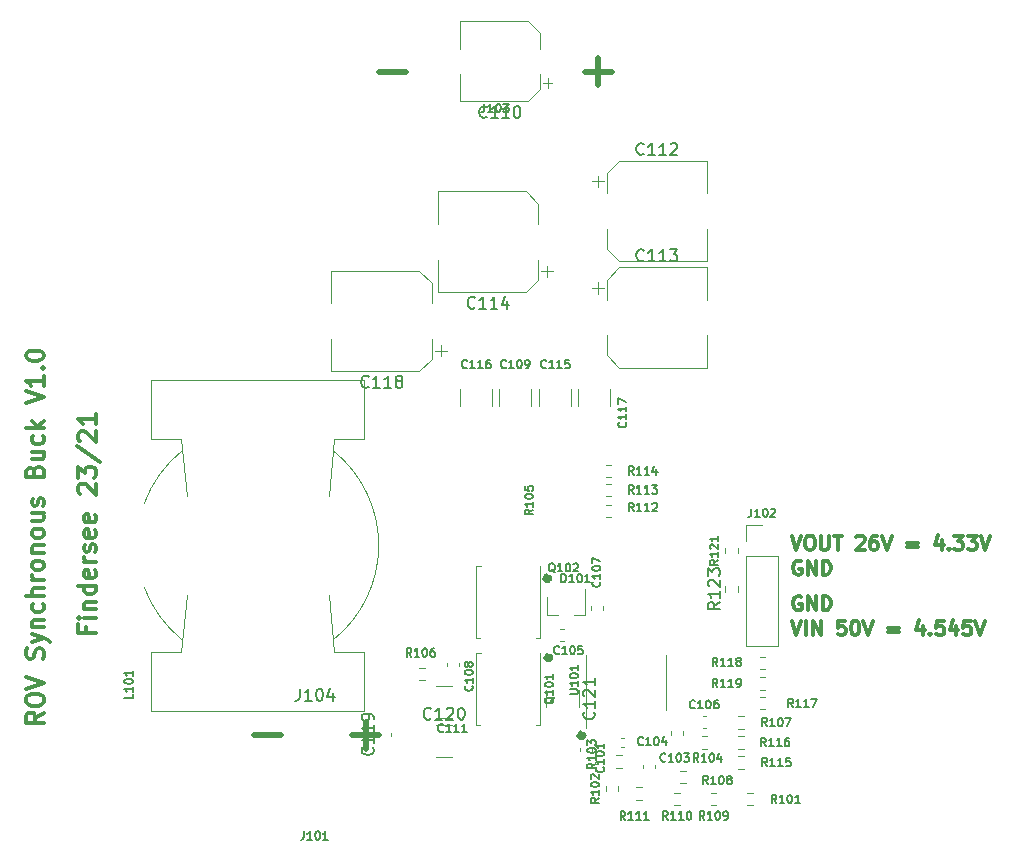
<source format=gbr>
%TF.GenerationSoftware,KiCad,Pcbnew,(5.1.7)-1*%
%TF.CreationDate,2021-06-07T18:47:12+03:00*%
%TF.ProjectId,SynchronousBuck,53796e63-6872-46f6-9e6f-75734275636b,rev?*%
%TF.SameCoordinates,Original*%
%TF.FileFunction,Legend,Top*%
%TF.FilePolarity,Positive*%
%FSLAX46Y46*%
G04 Gerber Fmt 4.6, Leading zero omitted, Abs format (unit mm)*
G04 Created by KiCad (PCBNEW (5.1.7)-1) date 2021-06-07 18:47:12*
%MOMM*%
%LPD*%
G01*
G04 APERTURE LIST*
%ADD10C,0.700000*%
%ADD11C,0.300000*%
%ADD12C,0.500000*%
%ADD13C,0.120000*%
%ADD14C,0.150000*%
G04 APERTURE END LIST*
D10*
X107400000Y-116400000D02*
G75*
G03*
X107400000Y-116400000I-100000J0D01*
G01*
X104600000Y-109800000D02*
G75*
G03*
X104600000Y-109800000I-100000J0D01*
G01*
X104500000Y-103100000D02*
G75*
G03*
X104500000Y-103100000I-100000J0D01*
G01*
D11*
X125909285Y-104650000D02*
X125795000Y-104592857D01*
X125623571Y-104592857D01*
X125452142Y-104650000D01*
X125337857Y-104764285D01*
X125280714Y-104878571D01*
X125223571Y-105107142D01*
X125223571Y-105278571D01*
X125280714Y-105507142D01*
X125337857Y-105621428D01*
X125452142Y-105735714D01*
X125623571Y-105792857D01*
X125737857Y-105792857D01*
X125909285Y-105735714D01*
X125966428Y-105678571D01*
X125966428Y-105278571D01*
X125737857Y-105278571D01*
X126480714Y-105792857D02*
X126480714Y-104592857D01*
X127166428Y-105792857D01*
X127166428Y-104592857D01*
X127737857Y-105792857D02*
X127737857Y-104592857D01*
X128023571Y-104592857D01*
X128195000Y-104650000D01*
X128309285Y-104764285D01*
X128366428Y-104878571D01*
X128423571Y-105107142D01*
X128423571Y-105278571D01*
X128366428Y-105507142D01*
X128309285Y-105621428D01*
X128195000Y-105735714D01*
X128023571Y-105792857D01*
X127737857Y-105792857D01*
X125109285Y-106692857D02*
X125509285Y-107892857D01*
X125909285Y-106692857D01*
X126309285Y-107892857D02*
X126309285Y-106692857D01*
X126880714Y-107892857D02*
X126880714Y-106692857D01*
X127566428Y-107892857D01*
X127566428Y-106692857D01*
X129623571Y-106692857D02*
X129052142Y-106692857D01*
X128995000Y-107264285D01*
X129052142Y-107207142D01*
X129166428Y-107150000D01*
X129452142Y-107150000D01*
X129566428Y-107207142D01*
X129623571Y-107264285D01*
X129680714Y-107378571D01*
X129680714Y-107664285D01*
X129623571Y-107778571D01*
X129566428Y-107835714D01*
X129452142Y-107892857D01*
X129166428Y-107892857D01*
X129052142Y-107835714D01*
X128995000Y-107778571D01*
X130423571Y-106692857D02*
X130537857Y-106692857D01*
X130652142Y-106750000D01*
X130709285Y-106807142D01*
X130766428Y-106921428D01*
X130823571Y-107150000D01*
X130823571Y-107435714D01*
X130766428Y-107664285D01*
X130709285Y-107778571D01*
X130652142Y-107835714D01*
X130537857Y-107892857D01*
X130423571Y-107892857D01*
X130309285Y-107835714D01*
X130252142Y-107778571D01*
X130195000Y-107664285D01*
X130137857Y-107435714D01*
X130137857Y-107150000D01*
X130195000Y-106921428D01*
X130252142Y-106807142D01*
X130309285Y-106750000D01*
X130423571Y-106692857D01*
X131166428Y-106692857D02*
X131566428Y-107892857D01*
X131966428Y-106692857D01*
X133280714Y-107264285D02*
X134195000Y-107264285D01*
X134195000Y-107607142D02*
X133280714Y-107607142D01*
X136195000Y-107092857D02*
X136195000Y-107892857D01*
X135909285Y-106635714D02*
X135623571Y-107492857D01*
X136366428Y-107492857D01*
X136823571Y-107778571D02*
X136880714Y-107835714D01*
X136823571Y-107892857D01*
X136766428Y-107835714D01*
X136823571Y-107778571D01*
X136823571Y-107892857D01*
X137966428Y-106692857D02*
X137395000Y-106692857D01*
X137337857Y-107264285D01*
X137395000Y-107207142D01*
X137509285Y-107150000D01*
X137795000Y-107150000D01*
X137909285Y-107207142D01*
X137966428Y-107264285D01*
X138023571Y-107378571D01*
X138023571Y-107664285D01*
X137966428Y-107778571D01*
X137909285Y-107835714D01*
X137795000Y-107892857D01*
X137509285Y-107892857D01*
X137395000Y-107835714D01*
X137337857Y-107778571D01*
X139052142Y-107092857D02*
X139052142Y-107892857D01*
X138766428Y-106635714D02*
X138480714Y-107492857D01*
X139223571Y-107492857D01*
X140252142Y-106692857D02*
X139680714Y-106692857D01*
X139623571Y-107264285D01*
X139680714Y-107207142D01*
X139795000Y-107150000D01*
X140080714Y-107150000D01*
X140195000Y-107207142D01*
X140252142Y-107264285D01*
X140309285Y-107378571D01*
X140309285Y-107664285D01*
X140252142Y-107778571D01*
X140195000Y-107835714D01*
X140080714Y-107892857D01*
X139795000Y-107892857D01*
X139680714Y-107835714D01*
X139623571Y-107778571D01*
X140652142Y-106692857D02*
X141052142Y-107892857D01*
X141452142Y-106692857D01*
X125109285Y-99492857D02*
X125509285Y-100692857D01*
X125909285Y-99492857D01*
X126537857Y-99492857D02*
X126766428Y-99492857D01*
X126880714Y-99550000D01*
X126995000Y-99664285D01*
X127052142Y-99892857D01*
X127052142Y-100292857D01*
X126995000Y-100521428D01*
X126880714Y-100635714D01*
X126766428Y-100692857D01*
X126537857Y-100692857D01*
X126423571Y-100635714D01*
X126309285Y-100521428D01*
X126252142Y-100292857D01*
X126252142Y-99892857D01*
X126309285Y-99664285D01*
X126423571Y-99550000D01*
X126537857Y-99492857D01*
X127566428Y-99492857D02*
X127566428Y-100464285D01*
X127623571Y-100578571D01*
X127680714Y-100635714D01*
X127795000Y-100692857D01*
X128023571Y-100692857D01*
X128137857Y-100635714D01*
X128195000Y-100578571D01*
X128252142Y-100464285D01*
X128252142Y-99492857D01*
X128652142Y-99492857D02*
X129337857Y-99492857D01*
X128995000Y-100692857D02*
X128995000Y-99492857D01*
X130595000Y-99607142D02*
X130652142Y-99550000D01*
X130766428Y-99492857D01*
X131052142Y-99492857D01*
X131166428Y-99550000D01*
X131223571Y-99607142D01*
X131280714Y-99721428D01*
X131280714Y-99835714D01*
X131223571Y-100007142D01*
X130537857Y-100692857D01*
X131280714Y-100692857D01*
X132309285Y-99492857D02*
X132080714Y-99492857D01*
X131966428Y-99550000D01*
X131909285Y-99607142D01*
X131795000Y-99778571D01*
X131737857Y-100007142D01*
X131737857Y-100464285D01*
X131795000Y-100578571D01*
X131852142Y-100635714D01*
X131966428Y-100692857D01*
X132195000Y-100692857D01*
X132309285Y-100635714D01*
X132366428Y-100578571D01*
X132423571Y-100464285D01*
X132423571Y-100178571D01*
X132366428Y-100064285D01*
X132309285Y-100007142D01*
X132195000Y-99950000D01*
X131966428Y-99950000D01*
X131852142Y-100007142D01*
X131795000Y-100064285D01*
X131737857Y-100178571D01*
X132766428Y-99492857D02*
X133166428Y-100692857D01*
X133566428Y-99492857D01*
X134880714Y-100064285D02*
X135795000Y-100064285D01*
X135795000Y-100407142D02*
X134880714Y-100407142D01*
X137795000Y-99892857D02*
X137795000Y-100692857D01*
X137509285Y-99435714D02*
X137223571Y-100292857D01*
X137966428Y-100292857D01*
X138423571Y-100578571D02*
X138480714Y-100635714D01*
X138423571Y-100692857D01*
X138366428Y-100635714D01*
X138423571Y-100578571D01*
X138423571Y-100692857D01*
X138880714Y-99492857D02*
X139623571Y-99492857D01*
X139223571Y-99950000D01*
X139395000Y-99950000D01*
X139509285Y-100007142D01*
X139566428Y-100064285D01*
X139623571Y-100178571D01*
X139623571Y-100464285D01*
X139566428Y-100578571D01*
X139509285Y-100635714D01*
X139395000Y-100692857D01*
X139052142Y-100692857D01*
X138937857Y-100635714D01*
X138880714Y-100578571D01*
X140023571Y-99492857D02*
X140766428Y-99492857D01*
X140366428Y-99950000D01*
X140537857Y-99950000D01*
X140652142Y-100007142D01*
X140709285Y-100064285D01*
X140766428Y-100178571D01*
X140766428Y-100464285D01*
X140709285Y-100578571D01*
X140652142Y-100635714D01*
X140537857Y-100692857D01*
X140195000Y-100692857D01*
X140080714Y-100635714D01*
X140023571Y-100578571D01*
X141109285Y-99492857D02*
X141509285Y-100692857D01*
X141909285Y-99492857D01*
X125909285Y-101650000D02*
X125795000Y-101592857D01*
X125623571Y-101592857D01*
X125452142Y-101650000D01*
X125337857Y-101764285D01*
X125280714Y-101878571D01*
X125223571Y-102107142D01*
X125223571Y-102278571D01*
X125280714Y-102507142D01*
X125337857Y-102621428D01*
X125452142Y-102735714D01*
X125623571Y-102792857D01*
X125737857Y-102792857D01*
X125909285Y-102735714D01*
X125966428Y-102678571D01*
X125966428Y-102278571D01*
X125737857Y-102278571D01*
X126480714Y-102792857D02*
X126480714Y-101592857D01*
X127166428Y-102792857D01*
X127166428Y-101592857D01*
X127737857Y-102792857D02*
X127737857Y-101592857D01*
X128023571Y-101592857D01*
X128195000Y-101650000D01*
X128309285Y-101764285D01*
X128366428Y-101878571D01*
X128423571Y-102107142D01*
X128423571Y-102278571D01*
X128366428Y-102507142D01*
X128309285Y-102621428D01*
X128195000Y-102735714D01*
X128023571Y-102792857D01*
X127737857Y-102792857D01*
D12*
X109857142Y-60185714D02*
X107571428Y-60185714D01*
X108714285Y-59042857D02*
X108714285Y-61328571D01*
X92428571Y-60185714D02*
X90142857Y-60185714D01*
D11*
X65392857Y-107214285D02*
X65392857Y-107714285D01*
X66178571Y-107714285D02*
X64678571Y-107714285D01*
X64678571Y-107000000D01*
X66178571Y-106428571D02*
X65178571Y-106428571D01*
X64678571Y-106428571D02*
X64750000Y-106500000D01*
X64821428Y-106428571D01*
X64750000Y-106357142D01*
X64678571Y-106428571D01*
X64821428Y-106428571D01*
X65178571Y-105714285D02*
X66178571Y-105714285D01*
X65321428Y-105714285D02*
X65250000Y-105642857D01*
X65178571Y-105500000D01*
X65178571Y-105285714D01*
X65250000Y-105142857D01*
X65392857Y-105071428D01*
X66178571Y-105071428D01*
X66178571Y-103714285D02*
X64678571Y-103714285D01*
X66107142Y-103714285D02*
X66178571Y-103857142D01*
X66178571Y-104142857D01*
X66107142Y-104285714D01*
X66035714Y-104357142D01*
X65892857Y-104428571D01*
X65464285Y-104428571D01*
X65321428Y-104357142D01*
X65250000Y-104285714D01*
X65178571Y-104142857D01*
X65178571Y-103857142D01*
X65250000Y-103714285D01*
X66107142Y-102428571D02*
X66178571Y-102571428D01*
X66178571Y-102857142D01*
X66107142Y-103000000D01*
X65964285Y-103071428D01*
X65392857Y-103071428D01*
X65250000Y-103000000D01*
X65178571Y-102857142D01*
X65178571Y-102571428D01*
X65250000Y-102428571D01*
X65392857Y-102357142D01*
X65535714Y-102357142D01*
X65678571Y-103071428D01*
X66178571Y-101714285D02*
X65178571Y-101714285D01*
X65464285Y-101714285D02*
X65321428Y-101642857D01*
X65250000Y-101571428D01*
X65178571Y-101428571D01*
X65178571Y-101285714D01*
X66107142Y-100857142D02*
X66178571Y-100714285D01*
X66178571Y-100428571D01*
X66107142Y-100285714D01*
X65964285Y-100214285D01*
X65892857Y-100214285D01*
X65750000Y-100285714D01*
X65678571Y-100428571D01*
X65678571Y-100642857D01*
X65607142Y-100785714D01*
X65464285Y-100857142D01*
X65392857Y-100857142D01*
X65250000Y-100785714D01*
X65178571Y-100642857D01*
X65178571Y-100428571D01*
X65250000Y-100285714D01*
X66107142Y-99000000D02*
X66178571Y-99142857D01*
X66178571Y-99428571D01*
X66107142Y-99571428D01*
X65964285Y-99642857D01*
X65392857Y-99642857D01*
X65250000Y-99571428D01*
X65178571Y-99428571D01*
X65178571Y-99142857D01*
X65250000Y-99000000D01*
X65392857Y-98928571D01*
X65535714Y-98928571D01*
X65678571Y-99642857D01*
X66107142Y-97714285D02*
X66178571Y-97857142D01*
X66178571Y-98142857D01*
X66107142Y-98285714D01*
X65964285Y-98357142D01*
X65392857Y-98357142D01*
X65250000Y-98285714D01*
X65178571Y-98142857D01*
X65178571Y-97857142D01*
X65250000Y-97714285D01*
X65392857Y-97642857D01*
X65535714Y-97642857D01*
X65678571Y-98357142D01*
X64821428Y-95928571D02*
X64750000Y-95857142D01*
X64678571Y-95714285D01*
X64678571Y-95357142D01*
X64750000Y-95214285D01*
X64821428Y-95142857D01*
X64964285Y-95071428D01*
X65107142Y-95071428D01*
X65321428Y-95142857D01*
X66178571Y-96000000D01*
X66178571Y-95071428D01*
X64678571Y-94571428D02*
X64678571Y-93642857D01*
X65250000Y-94142857D01*
X65250000Y-93928571D01*
X65321428Y-93785714D01*
X65392857Y-93714285D01*
X65535714Y-93642857D01*
X65892857Y-93642857D01*
X66035714Y-93714285D01*
X66107142Y-93785714D01*
X66178571Y-93928571D01*
X66178571Y-94357142D01*
X66107142Y-94500000D01*
X66035714Y-94571428D01*
X64607142Y-91928571D02*
X66535714Y-93214285D01*
X64821428Y-91500000D02*
X64750000Y-91428571D01*
X64678571Y-91285714D01*
X64678571Y-90928571D01*
X64750000Y-90785714D01*
X64821428Y-90714285D01*
X64964285Y-90642857D01*
X65107142Y-90642857D01*
X65321428Y-90714285D01*
X66178571Y-91571428D01*
X66178571Y-90642857D01*
X66178571Y-89214285D02*
X66178571Y-90071428D01*
X66178571Y-89642857D02*
X64678571Y-89642857D01*
X64892857Y-89785714D01*
X65035714Y-89928571D01*
X65107142Y-90071428D01*
X61778571Y-114457142D02*
X61064285Y-114957142D01*
X61778571Y-115314285D02*
X60278571Y-115314285D01*
X60278571Y-114742857D01*
X60350000Y-114600000D01*
X60421428Y-114528571D01*
X60564285Y-114457142D01*
X60778571Y-114457142D01*
X60921428Y-114528571D01*
X60992857Y-114600000D01*
X61064285Y-114742857D01*
X61064285Y-115314285D01*
X60278571Y-113528571D02*
X60278571Y-113242857D01*
X60350000Y-113100000D01*
X60492857Y-112957142D01*
X60778571Y-112885714D01*
X61278571Y-112885714D01*
X61564285Y-112957142D01*
X61707142Y-113100000D01*
X61778571Y-113242857D01*
X61778571Y-113528571D01*
X61707142Y-113671428D01*
X61564285Y-113814285D01*
X61278571Y-113885714D01*
X60778571Y-113885714D01*
X60492857Y-113814285D01*
X60350000Y-113671428D01*
X60278571Y-113528571D01*
X60278571Y-112457142D02*
X61778571Y-111957142D01*
X60278571Y-111457142D01*
X61707142Y-109885714D02*
X61778571Y-109671428D01*
X61778571Y-109314285D01*
X61707142Y-109171428D01*
X61635714Y-109100000D01*
X61492857Y-109028571D01*
X61350000Y-109028571D01*
X61207142Y-109100000D01*
X61135714Y-109171428D01*
X61064285Y-109314285D01*
X60992857Y-109600000D01*
X60921428Y-109742857D01*
X60850000Y-109814285D01*
X60707142Y-109885714D01*
X60564285Y-109885714D01*
X60421428Y-109814285D01*
X60350000Y-109742857D01*
X60278571Y-109600000D01*
X60278571Y-109242857D01*
X60350000Y-109028571D01*
X60778571Y-108528571D02*
X61778571Y-108171428D01*
X60778571Y-107814285D02*
X61778571Y-108171428D01*
X62135714Y-108314285D01*
X62207142Y-108385714D01*
X62278571Y-108528571D01*
X60778571Y-107242857D02*
X61778571Y-107242857D01*
X60921428Y-107242857D02*
X60850000Y-107171428D01*
X60778571Y-107028571D01*
X60778571Y-106814285D01*
X60850000Y-106671428D01*
X60992857Y-106600000D01*
X61778571Y-106600000D01*
X61707142Y-105242857D02*
X61778571Y-105385714D01*
X61778571Y-105671428D01*
X61707142Y-105814285D01*
X61635714Y-105885714D01*
X61492857Y-105957142D01*
X61064285Y-105957142D01*
X60921428Y-105885714D01*
X60850000Y-105814285D01*
X60778571Y-105671428D01*
X60778571Y-105385714D01*
X60850000Y-105242857D01*
X61778571Y-104600000D02*
X60278571Y-104600000D01*
X61778571Y-103957142D02*
X60992857Y-103957142D01*
X60850000Y-104028571D01*
X60778571Y-104171428D01*
X60778571Y-104385714D01*
X60850000Y-104528571D01*
X60921428Y-104600000D01*
X61778571Y-103242857D02*
X60778571Y-103242857D01*
X61064285Y-103242857D02*
X60921428Y-103171428D01*
X60850000Y-103100000D01*
X60778571Y-102957142D01*
X60778571Y-102814285D01*
X61778571Y-102100000D02*
X61707142Y-102242857D01*
X61635714Y-102314285D01*
X61492857Y-102385714D01*
X61064285Y-102385714D01*
X60921428Y-102314285D01*
X60850000Y-102242857D01*
X60778571Y-102100000D01*
X60778571Y-101885714D01*
X60850000Y-101742857D01*
X60921428Y-101671428D01*
X61064285Y-101600000D01*
X61492857Y-101600000D01*
X61635714Y-101671428D01*
X61707142Y-101742857D01*
X61778571Y-101885714D01*
X61778571Y-102100000D01*
X60778571Y-100957142D02*
X61778571Y-100957142D01*
X60921428Y-100957142D02*
X60850000Y-100885714D01*
X60778571Y-100742857D01*
X60778571Y-100528571D01*
X60850000Y-100385714D01*
X60992857Y-100314285D01*
X61778571Y-100314285D01*
X61778571Y-99385714D02*
X61707142Y-99528571D01*
X61635714Y-99600000D01*
X61492857Y-99671428D01*
X61064285Y-99671428D01*
X60921428Y-99600000D01*
X60850000Y-99528571D01*
X60778571Y-99385714D01*
X60778571Y-99171428D01*
X60850000Y-99028571D01*
X60921428Y-98957142D01*
X61064285Y-98885714D01*
X61492857Y-98885714D01*
X61635714Y-98957142D01*
X61707142Y-99028571D01*
X61778571Y-99171428D01*
X61778571Y-99385714D01*
X60778571Y-97600000D02*
X61778571Y-97600000D01*
X60778571Y-98242857D02*
X61564285Y-98242857D01*
X61707142Y-98171428D01*
X61778571Y-98028571D01*
X61778571Y-97814285D01*
X61707142Y-97671428D01*
X61635714Y-97600000D01*
X61707142Y-96957142D02*
X61778571Y-96814285D01*
X61778571Y-96528571D01*
X61707142Y-96385714D01*
X61564285Y-96314285D01*
X61492857Y-96314285D01*
X61350000Y-96385714D01*
X61278571Y-96528571D01*
X61278571Y-96742857D01*
X61207142Y-96885714D01*
X61064285Y-96957142D01*
X60992857Y-96957142D01*
X60850000Y-96885714D01*
X60778571Y-96742857D01*
X60778571Y-96528571D01*
X60850000Y-96385714D01*
X60992857Y-94028571D02*
X61064285Y-93814285D01*
X61135714Y-93742857D01*
X61278571Y-93671428D01*
X61492857Y-93671428D01*
X61635714Y-93742857D01*
X61707142Y-93814285D01*
X61778571Y-93957142D01*
X61778571Y-94528571D01*
X60278571Y-94528571D01*
X60278571Y-94028571D01*
X60350000Y-93885714D01*
X60421428Y-93814285D01*
X60564285Y-93742857D01*
X60707142Y-93742857D01*
X60850000Y-93814285D01*
X60921428Y-93885714D01*
X60992857Y-94028571D01*
X60992857Y-94528571D01*
X60778571Y-92385714D02*
X61778571Y-92385714D01*
X60778571Y-93028571D02*
X61564285Y-93028571D01*
X61707142Y-92957142D01*
X61778571Y-92814285D01*
X61778571Y-92600000D01*
X61707142Y-92457142D01*
X61635714Y-92385714D01*
X61707142Y-91028571D02*
X61778571Y-91171428D01*
X61778571Y-91457142D01*
X61707142Y-91600000D01*
X61635714Y-91671428D01*
X61492857Y-91742857D01*
X61064285Y-91742857D01*
X60921428Y-91671428D01*
X60850000Y-91600000D01*
X60778571Y-91457142D01*
X60778571Y-91171428D01*
X60850000Y-91028571D01*
X61778571Y-90385714D02*
X60278571Y-90385714D01*
X61207142Y-90242857D02*
X61778571Y-89814285D01*
X60778571Y-89814285D02*
X61350000Y-90385714D01*
X60278571Y-88242857D02*
X61778571Y-87742857D01*
X60278571Y-87242857D01*
X61778571Y-85957142D02*
X61778571Y-86814285D01*
X61778571Y-86385714D02*
X60278571Y-86385714D01*
X60492857Y-86528571D01*
X60635714Y-86671428D01*
X60707142Y-86814285D01*
X61635714Y-85314285D02*
X61707142Y-85242857D01*
X61778571Y-85314285D01*
X61707142Y-85385714D01*
X61635714Y-85314285D01*
X61778571Y-85314285D01*
X60278571Y-84314285D02*
X60278571Y-84171428D01*
X60350000Y-84028571D01*
X60421428Y-83957142D01*
X60564285Y-83885714D01*
X60850000Y-83814285D01*
X61207142Y-83814285D01*
X61492857Y-83885714D01*
X61635714Y-83957142D01*
X61707142Y-84028571D01*
X61778571Y-84171428D01*
X61778571Y-84314285D01*
X61707142Y-84457142D01*
X61635714Y-84528571D01*
X61492857Y-84600000D01*
X61207142Y-84671428D01*
X60850000Y-84671428D01*
X60564285Y-84600000D01*
X60421428Y-84528571D01*
X60350000Y-84457142D01*
X60278571Y-84314285D01*
D12*
X90185714Y-116385714D02*
X87900000Y-116385714D01*
X89042857Y-115242857D02*
X89042857Y-117528571D01*
X81900000Y-116385714D02*
X79614285Y-116385714D01*
D13*
%TO.C,C114*%
X95140000Y-70340000D02*
X95140000Y-73090000D01*
X95140000Y-78860000D02*
X95140000Y-76110000D01*
X102595563Y-78860000D02*
X95140000Y-78860000D01*
X102595563Y-70340000D02*
X95140000Y-70340000D01*
X103660000Y-71404437D02*
X103660000Y-73090000D01*
X103660000Y-77795563D02*
X103660000Y-76110000D01*
X103660000Y-77795563D02*
X102595563Y-78860000D01*
X103660000Y-71404437D02*
X102595563Y-70340000D01*
X104900000Y-77110000D02*
X103900000Y-77110000D01*
X104400000Y-77610000D02*
X104400000Y-76610000D01*
%TO.C,C113*%
X117960000Y-85260000D02*
X117960000Y-82510000D01*
X117960000Y-76740000D02*
X117960000Y-79490000D01*
X110504437Y-76740000D02*
X117960000Y-76740000D01*
X110504437Y-85260000D02*
X117960000Y-85260000D01*
X109440000Y-84195563D02*
X109440000Y-82510000D01*
X109440000Y-77804437D02*
X109440000Y-79490000D01*
X109440000Y-77804437D02*
X110504437Y-76740000D01*
X109440000Y-84195563D02*
X110504437Y-85260000D01*
X108200000Y-78490000D02*
X109200000Y-78490000D01*
X108700000Y-77990000D02*
X108700000Y-78990000D01*
%TO.C,C118*%
X86140000Y-77040000D02*
X86140000Y-79790000D01*
X86140000Y-85560000D02*
X86140000Y-82810000D01*
X93595563Y-85560000D02*
X86140000Y-85560000D01*
X93595563Y-77040000D02*
X86140000Y-77040000D01*
X94660000Y-78104437D02*
X94660000Y-79790000D01*
X94660000Y-84495563D02*
X94660000Y-82810000D01*
X94660000Y-84495563D02*
X93595563Y-85560000D01*
X94660000Y-78104437D02*
X93595563Y-77040000D01*
X95900000Y-83810000D02*
X94900000Y-83810000D01*
X95400000Y-84310000D02*
X95400000Y-83310000D01*
%TO.C,C112*%
X117960000Y-76260000D02*
X117960000Y-73510000D01*
X117960000Y-67740000D02*
X117960000Y-70490000D01*
X110504437Y-67740000D02*
X117960000Y-67740000D01*
X110504437Y-76260000D02*
X117960000Y-76260000D01*
X109440000Y-75195563D02*
X109440000Y-73510000D01*
X109440000Y-68804437D02*
X109440000Y-70490000D01*
X109440000Y-68804437D02*
X110504437Y-67740000D01*
X109440000Y-75195563D02*
X110504437Y-76260000D01*
X108200000Y-69490000D02*
X109200000Y-69490000D01*
X108700000Y-68990000D02*
X108700000Y-69990000D01*
%TO.C,C110*%
X96990000Y-55890000D02*
X96990000Y-58240000D01*
X96990000Y-62710000D02*
X96990000Y-60360000D01*
X102745563Y-62710000D02*
X96990000Y-62710000D01*
X102745563Y-55890000D02*
X96990000Y-55890000D01*
X103810000Y-56954437D02*
X103810000Y-58240000D01*
X103810000Y-61645563D02*
X103810000Y-60360000D01*
X103810000Y-61645563D02*
X102745563Y-62710000D01*
X103810000Y-56954437D02*
X102745563Y-55890000D01*
X104837500Y-61147500D02*
X104050000Y-61147500D01*
X104443750Y-61541250D02*
X104443750Y-60753750D01*
%TO.C,R123*%
X119477500Y-104237258D02*
X119477500Y-103762742D01*
X120522500Y-104237258D02*
X120522500Y-103762742D01*
%TO.C,C121*%
X107060000Y-112588748D02*
X107060000Y-114011252D01*
X104340000Y-112588748D02*
X104340000Y-114011252D01*
%TO.C,C120*%
X94963748Y-115540000D02*
X96386252Y-115540000D01*
X94963748Y-118260000D02*
X96386252Y-118260000D01*
%TO.C,C119*%
X90190000Y-116440580D02*
X90190000Y-116159420D01*
X91210000Y-116440580D02*
X91210000Y-116159420D01*
%TO.C,C115*%
X106460000Y-87088748D02*
X106460000Y-88511252D01*
X103740000Y-87088748D02*
X103740000Y-88511252D01*
%TO.C,L101*%
X73400000Y-91300000D02*
X73900000Y-96100000D01*
X70900000Y-91300000D02*
X73400000Y-91300000D01*
X70900000Y-86300000D02*
X70900000Y-91300000D01*
X88900000Y-86300000D02*
X70900000Y-86300000D01*
X88900000Y-91300000D02*
X88900000Y-86300000D01*
X88800000Y-91300000D02*
X88900000Y-91300000D01*
X86400000Y-91300000D02*
X88800000Y-91300000D01*
X85900000Y-96100000D02*
X86400000Y-91300000D01*
X86400000Y-109300000D02*
X85900000Y-104500000D01*
X73400000Y-109300000D02*
X73900000Y-104500000D01*
X88900000Y-109300000D02*
X86400000Y-109300000D01*
X88900000Y-114300000D02*
X88900000Y-109300000D01*
X70900000Y-109300000D02*
X73400000Y-109300000D01*
X70900000Y-114300000D02*
X70900000Y-109300000D01*
X88800000Y-114300000D02*
X70900000Y-114300000D01*
X70274750Y-96790794D02*
G75*
G02*
X73500001Y-92300001I9625250J-3509206D01*
G01*
X70274750Y-103809206D02*
G75*
G03*
X73500001Y-108299999I9625250J3509206D01*
G01*
X86299999Y-92300001D02*
G75*
G02*
X86299999Y-108299999I-6399999J-7999999D01*
G01*
%TO.C,U101*%
X114500000Y-109590000D02*
X114500000Y-114210000D01*
X107700000Y-109590000D02*
X107700000Y-115760000D01*
%TO.C,C117*%
X109760000Y-88511252D02*
X109760000Y-87088748D01*
X107040000Y-88511252D02*
X107040000Y-87088748D01*
%TO.C,C116*%
X99760000Y-88511252D02*
X99760000Y-87088748D01*
X97040000Y-88511252D02*
X97040000Y-87088748D01*
%TO.C,R121*%
X119477500Y-100987258D02*
X119477500Y-100512742D01*
X120522500Y-100987258D02*
X120522500Y-100512742D01*
%TO.C,R119*%
X122887258Y-112522500D02*
X122412742Y-112522500D01*
X122887258Y-111477500D02*
X122412742Y-111477500D01*
%TO.C,R118*%
X122412742Y-109727500D02*
X122887258Y-109727500D01*
X122412742Y-110772500D02*
X122887258Y-110772500D01*
%TO.C,R117*%
X122887258Y-114172500D02*
X122412742Y-114172500D01*
X122887258Y-113127500D02*
X122412742Y-113127500D01*
%TO.C,J102*%
X121270000Y-108850000D02*
X123930000Y-108850000D01*
X121270000Y-101170000D02*
X121270000Y-108850000D01*
X123930000Y-101170000D02*
X123930000Y-108850000D01*
X121270000Y-101170000D02*
X123930000Y-101170000D01*
X121270000Y-99900000D02*
X121270000Y-98570000D01*
X121270000Y-98570000D02*
X122600000Y-98570000D01*
%TO.C,C102*%
X110692164Y-116640000D02*
X110907836Y-116640000D01*
X110692164Y-117360000D02*
X110907836Y-117360000D01*
%TO.C,C108*%
X96910000Y-110259420D02*
X96910000Y-110540580D01*
X95890000Y-110259420D02*
X95890000Y-110540580D01*
%TO.C,C107*%
X108090000Y-105740580D02*
X108090000Y-105459420D01*
X109110000Y-105740580D02*
X109110000Y-105459420D01*
%TO.C,C106*%
X117865580Y-115810000D02*
X117584420Y-115810000D01*
X117865580Y-114790000D02*
X117584420Y-114790000D01*
%TO.C,C105*%
X105815580Y-108410000D02*
X105534420Y-108410000D01*
X105815580Y-107390000D02*
X105534420Y-107390000D01*
%TO.C,C104*%
X114915000Y-116340580D02*
X114915000Y-116059420D01*
X115935000Y-116340580D02*
X115935000Y-116059420D01*
%TO.C,C103*%
X113510000Y-118859420D02*
X113510000Y-119140580D01*
X112490000Y-118859420D02*
X112490000Y-119140580D01*
%TO.C,R116*%
X121062258Y-117522500D02*
X120587742Y-117522500D01*
X121062258Y-116477500D02*
X120587742Y-116477500D01*
%TO.C,R115*%
X121062258Y-119222500D02*
X120587742Y-119222500D01*
X121062258Y-118177500D02*
X120587742Y-118177500D01*
%TO.C,R114*%
X109362742Y-93477500D02*
X109837258Y-93477500D01*
X109362742Y-94522500D02*
X109837258Y-94522500D01*
%TO.C,R113*%
X109362742Y-95077500D02*
X109837258Y-95077500D01*
X109362742Y-96122500D02*
X109837258Y-96122500D01*
%TO.C,R112*%
X109362742Y-96877500D02*
X109837258Y-96877500D01*
X109362742Y-97922500D02*
X109837258Y-97922500D01*
%TO.C,R111*%
X111962742Y-120777500D02*
X112437258Y-120777500D01*
X111962742Y-121822500D02*
X112437258Y-121822500D01*
%TO.C,R110*%
X115637258Y-122322500D02*
X115162742Y-122322500D01*
X115637258Y-121277500D02*
X115162742Y-121277500D01*
%TO.C,R109*%
X118737258Y-122322500D02*
X118262742Y-122322500D01*
X118737258Y-121277500D02*
X118262742Y-121277500D01*
%TO.C,Q102*%
X98415000Y-108160000D02*
X98415000Y-102040000D01*
X103785000Y-108160000D02*
X103785000Y-102040000D01*
X98765000Y-102040000D02*
X98415000Y-102040000D01*
X98715000Y-108160000D02*
X98415000Y-108160000D01*
X103485000Y-108160000D02*
X103785000Y-108160000D01*
%TO.C,R108*%
X116137258Y-120422500D02*
X115662742Y-120422500D01*
X116137258Y-119377500D02*
X115662742Y-119377500D01*
%TO.C,R107*%
X120587742Y-114777500D02*
X121062258Y-114777500D01*
X120587742Y-115822500D02*
X121062258Y-115822500D01*
%TO.C,R106*%
X94037258Y-111722500D02*
X93562742Y-111722500D01*
X94037258Y-110677500D02*
X93562742Y-110677500D01*
%TO.C,R104*%
X117962258Y-117522500D02*
X117487742Y-117522500D01*
X117962258Y-116477500D02*
X117487742Y-116477500D01*
%TO.C,R103*%
X110237742Y-118077500D02*
X110712258Y-118077500D01*
X110237742Y-119122500D02*
X110712258Y-119122500D01*
%TO.C,R102*%
X109377500Y-121137258D02*
X109377500Y-120662742D01*
X110422500Y-121137258D02*
X110422500Y-120662742D01*
%TO.C,R101*%
X121837258Y-122322500D02*
X121362742Y-122322500D01*
X121837258Y-121277500D02*
X121362742Y-121277500D01*
%TO.C,Q101*%
X98415000Y-115510000D02*
X98415000Y-109390000D01*
X103785000Y-115510000D02*
X103785000Y-109390000D01*
X98765000Y-109390000D02*
X98415000Y-109390000D01*
X98715000Y-115510000D02*
X98415000Y-115510000D01*
X103485000Y-115510000D02*
X103785000Y-115510000D01*
%TO.C,D101*%
X104420000Y-106160000D02*
X105350000Y-106160000D01*
X107580000Y-106160000D02*
X106650000Y-106160000D01*
X107580000Y-106160000D02*
X107580000Y-104000000D01*
X104420000Y-106160000D02*
X104420000Y-104700000D01*
%TO.C,C111*%
X96386252Y-114960000D02*
X94963748Y-114960000D01*
X96386252Y-112240000D02*
X94963748Y-112240000D01*
%TO.C,C109*%
X103060000Y-87088748D02*
X103060000Y-88511252D01*
X100340000Y-87088748D02*
X100340000Y-88511252D01*
%TO.C,C101*%
X108210000Y-117459420D02*
X108210000Y-117740580D01*
X107190000Y-117459420D02*
X107190000Y-117740580D01*
%TO.C,C114*%
D14*
X98280952Y-80157142D02*
X98233333Y-80204761D01*
X98090476Y-80252380D01*
X97995238Y-80252380D01*
X97852380Y-80204761D01*
X97757142Y-80109523D01*
X97709523Y-80014285D01*
X97661904Y-79823809D01*
X97661904Y-79680952D01*
X97709523Y-79490476D01*
X97757142Y-79395238D01*
X97852380Y-79300000D01*
X97995238Y-79252380D01*
X98090476Y-79252380D01*
X98233333Y-79300000D01*
X98280952Y-79347619D01*
X99233333Y-80252380D02*
X98661904Y-80252380D01*
X98947619Y-80252380D02*
X98947619Y-79252380D01*
X98852380Y-79395238D01*
X98757142Y-79490476D01*
X98661904Y-79538095D01*
X100185714Y-80252380D02*
X99614285Y-80252380D01*
X99900000Y-80252380D02*
X99900000Y-79252380D01*
X99804761Y-79395238D01*
X99709523Y-79490476D01*
X99614285Y-79538095D01*
X101042857Y-79585714D02*
X101042857Y-80252380D01*
X100804761Y-79204761D02*
X100566666Y-79919047D01*
X101185714Y-79919047D01*
%TO.C,C113*%
X112580952Y-76157142D02*
X112533333Y-76204761D01*
X112390476Y-76252380D01*
X112295238Y-76252380D01*
X112152380Y-76204761D01*
X112057142Y-76109523D01*
X112009523Y-76014285D01*
X111961904Y-75823809D01*
X111961904Y-75680952D01*
X112009523Y-75490476D01*
X112057142Y-75395238D01*
X112152380Y-75300000D01*
X112295238Y-75252380D01*
X112390476Y-75252380D01*
X112533333Y-75300000D01*
X112580952Y-75347619D01*
X113533333Y-76252380D02*
X112961904Y-76252380D01*
X113247619Y-76252380D02*
X113247619Y-75252380D01*
X113152380Y-75395238D01*
X113057142Y-75490476D01*
X112961904Y-75538095D01*
X114485714Y-76252380D02*
X113914285Y-76252380D01*
X114200000Y-76252380D02*
X114200000Y-75252380D01*
X114104761Y-75395238D01*
X114009523Y-75490476D01*
X113914285Y-75538095D01*
X114819047Y-75252380D02*
X115438095Y-75252380D01*
X115104761Y-75633333D01*
X115247619Y-75633333D01*
X115342857Y-75680952D01*
X115390476Y-75728571D01*
X115438095Y-75823809D01*
X115438095Y-76061904D01*
X115390476Y-76157142D01*
X115342857Y-76204761D01*
X115247619Y-76252380D01*
X114961904Y-76252380D01*
X114866666Y-76204761D01*
X114819047Y-76157142D01*
%TO.C,C118*%
X89280952Y-86857142D02*
X89233333Y-86904761D01*
X89090476Y-86952380D01*
X88995238Y-86952380D01*
X88852380Y-86904761D01*
X88757142Y-86809523D01*
X88709523Y-86714285D01*
X88661904Y-86523809D01*
X88661904Y-86380952D01*
X88709523Y-86190476D01*
X88757142Y-86095238D01*
X88852380Y-86000000D01*
X88995238Y-85952380D01*
X89090476Y-85952380D01*
X89233333Y-86000000D01*
X89280952Y-86047619D01*
X90233333Y-86952380D02*
X89661904Y-86952380D01*
X89947619Y-86952380D02*
X89947619Y-85952380D01*
X89852380Y-86095238D01*
X89757142Y-86190476D01*
X89661904Y-86238095D01*
X91185714Y-86952380D02*
X90614285Y-86952380D01*
X90900000Y-86952380D02*
X90900000Y-85952380D01*
X90804761Y-86095238D01*
X90709523Y-86190476D01*
X90614285Y-86238095D01*
X91757142Y-86380952D02*
X91661904Y-86333333D01*
X91614285Y-86285714D01*
X91566666Y-86190476D01*
X91566666Y-86142857D01*
X91614285Y-86047619D01*
X91661904Y-86000000D01*
X91757142Y-85952380D01*
X91947619Y-85952380D01*
X92042857Y-86000000D01*
X92090476Y-86047619D01*
X92138095Y-86142857D01*
X92138095Y-86190476D01*
X92090476Y-86285714D01*
X92042857Y-86333333D01*
X91947619Y-86380952D01*
X91757142Y-86380952D01*
X91661904Y-86428571D01*
X91614285Y-86476190D01*
X91566666Y-86571428D01*
X91566666Y-86761904D01*
X91614285Y-86857142D01*
X91661904Y-86904761D01*
X91757142Y-86952380D01*
X91947619Y-86952380D01*
X92042857Y-86904761D01*
X92090476Y-86857142D01*
X92138095Y-86761904D01*
X92138095Y-86571428D01*
X92090476Y-86476190D01*
X92042857Y-86428571D01*
X91947619Y-86380952D01*
%TO.C,C112*%
X112580952Y-67157142D02*
X112533333Y-67204761D01*
X112390476Y-67252380D01*
X112295238Y-67252380D01*
X112152380Y-67204761D01*
X112057142Y-67109523D01*
X112009523Y-67014285D01*
X111961904Y-66823809D01*
X111961904Y-66680952D01*
X112009523Y-66490476D01*
X112057142Y-66395238D01*
X112152380Y-66300000D01*
X112295238Y-66252380D01*
X112390476Y-66252380D01*
X112533333Y-66300000D01*
X112580952Y-66347619D01*
X113533333Y-67252380D02*
X112961904Y-67252380D01*
X113247619Y-67252380D02*
X113247619Y-66252380D01*
X113152380Y-66395238D01*
X113057142Y-66490476D01*
X112961904Y-66538095D01*
X114485714Y-67252380D02*
X113914285Y-67252380D01*
X114200000Y-67252380D02*
X114200000Y-66252380D01*
X114104761Y-66395238D01*
X114009523Y-66490476D01*
X113914285Y-66538095D01*
X114866666Y-66347619D02*
X114914285Y-66300000D01*
X115009523Y-66252380D01*
X115247619Y-66252380D01*
X115342857Y-66300000D01*
X115390476Y-66347619D01*
X115438095Y-66442857D01*
X115438095Y-66538095D01*
X115390476Y-66680952D01*
X114819047Y-67252380D01*
X115438095Y-67252380D01*
%TO.C,C110*%
X99280952Y-64007142D02*
X99233333Y-64054761D01*
X99090476Y-64102380D01*
X98995238Y-64102380D01*
X98852380Y-64054761D01*
X98757142Y-63959523D01*
X98709523Y-63864285D01*
X98661904Y-63673809D01*
X98661904Y-63530952D01*
X98709523Y-63340476D01*
X98757142Y-63245238D01*
X98852380Y-63150000D01*
X98995238Y-63102380D01*
X99090476Y-63102380D01*
X99233333Y-63150000D01*
X99280952Y-63197619D01*
X100233333Y-64102380D02*
X99661904Y-64102380D01*
X99947619Y-64102380D02*
X99947619Y-63102380D01*
X99852380Y-63245238D01*
X99757142Y-63340476D01*
X99661904Y-63388095D01*
X101185714Y-64102380D02*
X100614285Y-64102380D01*
X100900000Y-64102380D02*
X100900000Y-63102380D01*
X100804761Y-63245238D01*
X100709523Y-63340476D01*
X100614285Y-63388095D01*
X101804761Y-63102380D02*
X101900000Y-63102380D01*
X101995238Y-63150000D01*
X102042857Y-63197619D01*
X102090476Y-63292857D01*
X102138095Y-63483333D01*
X102138095Y-63721428D01*
X102090476Y-63911904D01*
X102042857Y-64007142D01*
X101995238Y-64054761D01*
X101900000Y-64102380D01*
X101804761Y-64102380D01*
X101709523Y-64054761D01*
X101661904Y-64007142D01*
X101614285Y-63911904D01*
X101566666Y-63721428D01*
X101566666Y-63483333D01*
X101614285Y-63292857D01*
X101661904Y-63197619D01*
X101709523Y-63150000D01*
X101804761Y-63102380D01*
%TO.C,J104*%
X83464285Y-112452380D02*
X83464285Y-113166666D01*
X83416666Y-113309523D01*
X83321428Y-113404761D01*
X83178571Y-113452380D01*
X83083333Y-113452380D01*
X84464285Y-113452380D02*
X83892857Y-113452380D01*
X84178571Y-113452380D02*
X84178571Y-112452380D01*
X84083333Y-112595238D01*
X83988095Y-112690476D01*
X83892857Y-112738095D01*
X85083333Y-112452380D02*
X85178571Y-112452380D01*
X85273809Y-112500000D01*
X85321428Y-112547619D01*
X85369047Y-112642857D01*
X85416666Y-112833333D01*
X85416666Y-113071428D01*
X85369047Y-113261904D01*
X85321428Y-113357142D01*
X85273809Y-113404761D01*
X85178571Y-113452380D01*
X85083333Y-113452380D01*
X84988095Y-113404761D01*
X84940476Y-113357142D01*
X84892857Y-113261904D01*
X84845238Y-113071428D01*
X84845238Y-112833333D01*
X84892857Y-112642857D01*
X84940476Y-112547619D01*
X84988095Y-112500000D01*
X85083333Y-112452380D01*
X86273809Y-112785714D02*
X86273809Y-113452380D01*
X86035714Y-112404761D02*
X85797619Y-113119047D01*
X86416666Y-113119047D01*
%TO.C,R123*%
X119022380Y-105119047D02*
X118546190Y-105452380D01*
X119022380Y-105690476D02*
X118022380Y-105690476D01*
X118022380Y-105309523D01*
X118070000Y-105214285D01*
X118117619Y-105166666D01*
X118212857Y-105119047D01*
X118355714Y-105119047D01*
X118450952Y-105166666D01*
X118498571Y-105214285D01*
X118546190Y-105309523D01*
X118546190Y-105690476D01*
X119022380Y-104166666D02*
X119022380Y-104738095D01*
X119022380Y-104452380D02*
X118022380Y-104452380D01*
X118165238Y-104547619D01*
X118260476Y-104642857D01*
X118308095Y-104738095D01*
X118117619Y-103785714D02*
X118070000Y-103738095D01*
X118022380Y-103642857D01*
X118022380Y-103404761D01*
X118070000Y-103309523D01*
X118117619Y-103261904D01*
X118212857Y-103214285D01*
X118308095Y-103214285D01*
X118450952Y-103261904D01*
X119022380Y-103833333D01*
X119022380Y-103214285D01*
X118022380Y-102880952D02*
X118022380Y-102261904D01*
X118403333Y-102595238D01*
X118403333Y-102452380D01*
X118450952Y-102357142D01*
X118498571Y-102309523D01*
X118593809Y-102261904D01*
X118831904Y-102261904D01*
X118927142Y-102309523D01*
X118974761Y-102357142D01*
X119022380Y-102452380D01*
X119022380Y-102738095D01*
X118974761Y-102833333D01*
X118927142Y-102880952D01*
%TO.C,C121*%
X108357142Y-114419047D02*
X108404761Y-114466666D01*
X108452380Y-114609523D01*
X108452380Y-114704761D01*
X108404761Y-114847619D01*
X108309523Y-114942857D01*
X108214285Y-114990476D01*
X108023809Y-115038095D01*
X107880952Y-115038095D01*
X107690476Y-114990476D01*
X107595238Y-114942857D01*
X107500000Y-114847619D01*
X107452380Y-114704761D01*
X107452380Y-114609523D01*
X107500000Y-114466666D01*
X107547619Y-114419047D01*
X108452380Y-113466666D02*
X108452380Y-114038095D01*
X108452380Y-113752380D02*
X107452380Y-113752380D01*
X107595238Y-113847619D01*
X107690476Y-113942857D01*
X107738095Y-114038095D01*
X107547619Y-113085714D02*
X107500000Y-113038095D01*
X107452380Y-112942857D01*
X107452380Y-112704761D01*
X107500000Y-112609523D01*
X107547619Y-112561904D01*
X107642857Y-112514285D01*
X107738095Y-112514285D01*
X107880952Y-112561904D01*
X108452380Y-113133333D01*
X108452380Y-112514285D01*
X108452380Y-111561904D02*
X108452380Y-112133333D01*
X108452380Y-111847619D02*
X107452380Y-111847619D01*
X107595238Y-111942857D01*
X107690476Y-112038095D01*
X107738095Y-112133333D01*
%TO.C,C120*%
X94555952Y-114957142D02*
X94508333Y-115004761D01*
X94365476Y-115052380D01*
X94270238Y-115052380D01*
X94127380Y-115004761D01*
X94032142Y-114909523D01*
X93984523Y-114814285D01*
X93936904Y-114623809D01*
X93936904Y-114480952D01*
X93984523Y-114290476D01*
X94032142Y-114195238D01*
X94127380Y-114100000D01*
X94270238Y-114052380D01*
X94365476Y-114052380D01*
X94508333Y-114100000D01*
X94555952Y-114147619D01*
X95508333Y-115052380D02*
X94936904Y-115052380D01*
X95222619Y-115052380D02*
X95222619Y-114052380D01*
X95127380Y-114195238D01*
X95032142Y-114290476D01*
X94936904Y-114338095D01*
X95889285Y-114147619D02*
X95936904Y-114100000D01*
X96032142Y-114052380D01*
X96270238Y-114052380D01*
X96365476Y-114100000D01*
X96413095Y-114147619D01*
X96460714Y-114242857D01*
X96460714Y-114338095D01*
X96413095Y-114480952D01*
X95841666Y-115052380D01*
X96460714Y-115052380D01*
X97079761Y-114052380D02*
X97175000Y-114052380D01*
X97270238Y-114100000D01*
X97317857Y-114147619D01*
X97365476Y-114242857D01*
X97413095Y-114433333D01*
X97413095Y-114671428D01*
X97365476Y-114861904D01*
X97317857Y-114957142D01*
X97270238Y-115004761D01*
X97175000Y-115052380D01*
X97079761Y-115052380D01*
X96984523Y-115004761D01*
X96936904Y-114957142D01*
X96889285Y-114861904D01*
X96841666Y-114671428D01*
X96841666Y-114433333D01*
X96889285Y-114242857D01*
X96936904Y-114147619D01*
X96984523Y-114100000D01*
X97079761Y-114052380D01*
%TO.C,C119*%
X89627142Y-117419047D02*
X89674761Y-117466666D01*
X89722380Y-117609523D01*
X89722380Y-117704761D01*
X89674761Y-117847619D01*
X89579523Y-117942857D01*
X89484285Y-117990476D01*
X89293809Y-118038095D01*
X89150952Y-118038095D01*
X88960476Y-117990476D01*
X88865238Y-117942857D01*
X88770000Y-117847619D01*
X88722380Y-117704761D01*
X88722380Y-117609523D01*
X88770000Y-117466666D01*
X88817619Y-117419047D01*
X89722380Y-116466666D02*
X89722380Y-117038095D01*
X89722380Y-116752380D02*
X88722380Y-116752380D01*
X88865238Y-116847619D01*
X88960476Y-116942857D01*
X89008095Y-117038095D01*
X89722380Y-115514285D02*
X89722380Y-116085714D01*
X89722380Y-115800000D02*
X88722380Y-115800000D01*
X88865238Y-115895238D01*
X88960476Y-115990476D01*
X89008095Y-116085714D01*
X89722380Y-115038095D02*
X89722380Y-114847619D01*
X89674761Y-114752380D01*
X89627142Y-114704761D01*
X89484285Y-114609523D01*
X89293809Y-114561904D01*
X88912857Y-114561904D01*
X88817619Y-114609523D01*
X88770000Y-114657142D01*
X88722380Y-114752380D01*
X88722380Y-114942857D01*
X88770000Y-115038095D01*
X88817619Y-115085714D01*
X88912857Y-115133333D01*
X89150952Y-115133333D01*
X89246190Y-115085714D01*
X89293809Y-115038095D01*
X89341428Y-114942857D01*
X89341428Y-114752380D01*
X89293809Y-114657142D01*
X89246190Y-114609523D01*
X89150952Y-114561904D01*
%TO.C,C115*%
X104316666Y-85250000D02*
X104283333Y-85283333D01*
X104183333Y-85316666D01*
X104116666Y-85316666D01*
X104016666Y-85283333D01*
X103950000Y-85216666D01*
X103916666Y-85150000D01*
X103883333Y-85016666D01*
X103883333Y-84916666D01*
X103916666Y-84783333D01*
X103950000Y-84716666D01*
X104016666Y-84650000D01*
X104116666Y-84616666D01*
X104183333Y-84616666D01*
X104283333Y-84650000D01*
X104316666Y-84683333D01*
X104983333Y-85316666D02*
X104583333Y-85316666D01*
X104783333Y-85316666D02*
X104783333Y-84616666D01*
X104716666Y-84716666D01*
X104650000Y-84783333D01*
X104583333Y-84816666D01*
X105650000Y-85316666D02*
X105250000Y-85316666D01*
X105450000Y-85316666D02*
X105450000Y-84616666D01*
X105383333Y-84716666D01*
X105316666Y-84783333D01*
X105250000Y-84816666D01*
X106283333Y-84616666D02*
X105950000Y-84616666D01*
X105916666Y-84950000D01*
X105950000Y-84916666D01*
X106016666Y-84883333D01*
X106183333Y-84883333D01*
X106250000Y-84916666D01*
X106283333Y-84950000D01*
X106316666Y-85016666D01*
X106316666Y-85183333D01*
X106283333Y-85250000D01*
X106250000Y-85283333D01*
X106183333Y-85316666D01*
X106016666Y-85316666D01*
X105950000Y-85283333D01*
X105916666Y-85250000D01*
%TO.C,L101*%
X69316666Y-112883333D02*
X69316666Y-113216666D01*
X68616666Y-113216666D01*
X69316666Y-112283333D02*
X69316666Y-112683333D01*
X69316666Y-112483333D02*
X68616666Y-112483333D01*
X68716666Y-112550000D01*
X68783333Y-112616666D01*
X68816666Y-112683333D01*
X68616666Y-111850000D02*
X68616666Y-111783333D01*
X68650000Y-111716666D01*
X68683333Y-111683333D01*
X68750000Y-111650000D01*
X68883333Y-111616666D01*
X69050000Y-111616666D01*
X69183333Y-111650000D01*
X69250000Y-111683333D01*
X69283333Y-111716666D01*
X69316666Y-111783333D01*
X69316666Y-111850000D01*
X69283333Y-111916666D01*
X69250000Y-111950000D01*
X69183333Y-111983333D01*
X69050000Y-112016666D01*
X68883333Y-112016666D01*
X68750000Y-111983333D01*
X68683333Y-111950000D01*
X68650000Y-111916666D01*
X68616666Y-111850000D01*
X69316666Y-110950000D02*
X69316666Y-111350000D01*
X69316666Y-111150000D02*
X68616666Y-111150000D01*
X68716666Y-111216666D01*
X68783333Y-111283333D01*
X68816666Y-111350000D01*
%TO.C,U101*%
X106316666Y-112900000D02*
X106883333Y-112900000D01*
X106950000Y-112866666D01*
X106983333Y-112833333D01*
X107016666Y-112766666D01*
X107016666Y-112633333D01*
X106983333Y-112566666D01*
X106950000Y-112533333D01*
X106883333Y-112500000D01*
X106316666Y-112500000D01*
X107016666Y-111800000D02*
X107016666Y-112200000D01*
X107016666Y-112000000D02*
X106316666Y-112000000D01*
X106416666Y-112066666D01*
X106483333Y-112133333D01*
X106516666Y-112200000D01*
X106316666Y-111366666D02*
X106316666Y-111300000D01*
X106350000Y-111233333D01*
X106383333Y-111200000D01*
X106450000Y-111166666D01*
X106583333Y-111133333D01*
X106750000Y-111133333D01*
X106883333Y-111166666D01*
X106950000Y-111200000D01*
X106983333Y-111233333D01*
X107016666Y-111300000D01*
X107016666Y-111366666D01*
X106983333Y-111433333D01*
X106950000Y-111466666D01*
X106883333Y-111500000D01*
X106750000Y-111533333D01*
X106583333Y-111533333D01*
X106450000Y-111500000D01*
X106383333Y-111466666D01*
X106350000Y-111433333D01*
X106316666Y-111366666D01*
X107016666Y-110466666D02*
X107016666Y-110866666D01*
X107016666Y-110666666D02*
X106316666Y-110666666D01*
X106416666Y-110733333D01*
X106483333Y-110800000D01*
X106516666Y-110866666D01*
%TO.C,C117*%
X111050000Y-89883333D02*
X111083333Y-89916666D01*
X111116666Y-90016666D01*
X111116666Y-90083333D01*
X111083333Y-90183333D01*
X111016666Y-90250000D01*
X110950000Y-90283333D01*
X110816666Y-90316666D01*
X110716666Y-90316666D01*
X110583333Y-90283333D01*
X110516666Y-90250000D01*
X110450000Y-90183333D01*
X110416666Y-90083333D01*
X110416666Y-90016666D01*
X110450000Y-89916666D01*
X110483333Y-89883333D01*
X111116666Y-89216666D02*
X111116666Y-89616666D01*
X111116666Y-89416666D02*
X110416666Y-89416666D01*
X110516666Y-89483333D01*
X110583333Y-89550000D01*
X110616666Y-89616666D01*
X111116666Y-88550000D02*
X111116666Y-88950000D01*
X111116666Y-88750000D02*
X110416666Y-88750000D01*
X110516666Y-88816666D01*
X110583333Y-88883333D01*
X110616666Y-88950000D01*
X110416666Y-88316666D02*
X110416666Y-87850000D01*
X111116666Y-88150000D01*
%TO.C,C116*%
X97616666Y-85250000D02*
X97583333Y-85283333D01*
X97483333Y-85316666D01*
X97416666Y-85316666D01*
X97316666Y-85283333D01*
X97250000Y-85216666D01*
X97216666Y-85150000D01*
X97183333Y-85016666D01*
X97183333Y-84916666D01*
X97216666Y-84783333D01*
X97250000Y-84716666D01*
X97316666Y-84650000D01*
X97416666Y-84616666D01*
X97483333Y-84616666D01*
X97583333Y-84650000D01*
X97616666Y-84683333D01*
X98283333Y-85316666D02*
X97883333Y-85316666D01*
X98083333Y-85316666D02*
X98083333Y-84616666D01*
X98016666Y-84716666D01*
X97950000Y-84783333D01*
X97883333Y-84816666D01*
X98950000Y-85316666D02*
X98550000Y-85316666D01*
X98750000Y-85316666D02*
X98750000Y-84616666D01*
X98683333Y-84716666D01*
X98616666Y-84783333D01*
X98550000Y-84816666D01*
X99550000Y-84616666D02*
X99416666Y-84616666D01*
X99350000Y-84650000D01*
X99316666Y-84683333D01*
X99250000Y-84783333D01*
X99216666Y-84916666D01*
X99216666Y-85183333D01*
X99250000Y-85250000D01*
X99283333Y-85283333D01*
X99350000Y-85316666D01*
X99483333Y-85316666D01*
X99550000Y-85283333D01*
X99583333Y-85250000D01*
X99616666Y-85183333D01*
X99616666Y-85016666D01*
X99583333Y-84950000D01*
X99550000Y-84916666D01*
X99483333Y-84883333D01*
X99350000Y-84883333D01*
X99283333Y-84916666D01*
X99250000Y-84950000D01*
X99216666Y-85016666D01*
%TO.C,J103*%
X99100000Y-62916666D02*
X99100000Y-63416666D01*
X99066666Y-63516666D01*
X99000000Y-63583333D01*
X98900000Y-63616666D01*
X98833333Y-63616666D01*
X99800000Y-63616666D02*
X99400000Y-63616666D01*
X99600000Y-63616666D02*
X99600000Y-62916666D01*
X99533333Y-63016666D01*
X99466666Y-63083333D01*
X99400000Y-63116666D01*
X100233333Y-62916666D02*
X100300000Y-62916666D01*
X100366666Y-62950000D01*
X100400000Y-62983333D01*
X100433333Y-63050000D01*
X100466666Y-63183333D01*
X100466666Y-63350000D01*
X100433333Y-63483333D01*
X100400000Y-63550000D01*
X100366666Y-63583333D01*
X100300000Y-63616666D01*
X100233333Y-63616666D01*
X100166666Y-63583333D01*
X100133333Y-63550000D01*
X100100000Y-63483333D01*
X100066666Y-63350000D01*
X100066666Y-63183333D01*
X100100000Y-63050000D01*
X100133333Y-62983333D01*
X100166666Y-62950000D01*
X100233333Y-62916666D01*
X100700000Y-62916666D02*
X101133333Y-62916666D01*
X100900000Y-63183333D01*
X101000000Y-63183333D01*
X101066666Y-63216666D01*
X101100000Y-63250000D01*
X101133333Y-63316666D01*
X101133333Y-63483333D01*
X101100000Y-63550000D01*
X101066666Y-63583333D01*
X101000000Y-63616666D01*
X100800000Y-63616666D01*
X100733333Y-63583333D01*
X100700000Y-63550000D01*
%TO.C,J101*%
X83800000Y-124516666D02*
X83800000Y-125016666D01*
X83766666Y-125116666D01*
X83700000Y-125183333D01*
X83600000Y-125216666D01*
X83533333Y-125216666D01*
X84500000Y-125216666D02*
X84100000Y-125216666D01*
X84300000Y-125216666D02*
X84300000Y-124516666D01*
X84233333Y-124616666D01*
X84166666Y-124683333D01*
X84100000Y-124716666D01*
X84933333Y-124516666D02*
X85000000Y-124516666D01*
X85066666Y-124550000D01*
X85100000Y-124583333D01*
X85133333Y-124650000D01*
X85166666Y-124783333D01*
X85166666Y-124950000D01*
X85133333Y-125083333D01*
X85100000Y-125150000D01*
X85066666Y-125183333D01*
X85000000Y-125216666D01*
X84933333Y-125216666D01*
X84866666Y-125183333D01*
X84833333Y-125150000D01*
X84800000Y-125083333D01*
X84766666Y-124950000D01*
X84766666Y-124783333D01*
X84800000Y-124650000D01*
X84833333Y-124583333D01*
X84866666Y-124550000D01*
X84933333Y-124516666D01*
X85833333Y-125216666D02*
X85433333Y-125216666D01*
X85633333Y-125216666D02*
X85633333Y-124516666D01*
X85566666Y-124616666D01*
X85500000Y-124683333D01*
X85433333Y-124716666D01*
%TO.C,R121*%
X118886666Y-101533333D02*
X118553333Y-101766666D01*
X118886666Y-101933333D02*
X118186666Y-101933333D01*
X118186666Y-101666666D01*
X118220000Y-101600000D01*
X118253333Y-101566666D01*
X118320000Y-101533333D01*
X118420000Y-101533333D01*
X118486666Y-101566666D01*
X118520000Y-101600000D01*
X118553333Y-101666666D01*
X118553333Y-101933333D01*
X118886666Y-100866666D02*
X118886666Y-101266666D01*
X118886666Y-101066666D02*
X118186666Y-101066666D01*
X118286666Y-101133333D01*
X118353333Y-101200000D01*
X118386666Y-101266666D01*
X118253333Y-100600000D02*
X118220000Y-100566666D01*
X118186666Y-100500000D01*
X118186666Y-100333333D01*
X118220000Y-100266666D01*
X118253333Y-100233333D01*
X118320000Y-100200000D01*
X118386666Y-100200000D01*
X118486666Y-100233333D01*
X118886666Y-100633333D01*
X118886666Y-100200000D01*
X118886666Y-99533333D02*
X118886666Y-99933333D01*
X118886666Y-99733333D02*
X118186666Y-99733333D01*
X118286666Y-99800000D01*
X118353333Y-99866666D01*
X118386666Y-99933333D01*
%TO.C,R119*%
X118816666Y-112316666D02*
X118583333Y-111983333D01*
X118416666Y-112316666D02*
X118416666Y-111616666D01*
X118683333Y-111616666D01*
X118750000Y-111650000D01*
X118783333Y-111683333D01*
X118816666Y-111750000D01*
X118816666Y-111850000D01*
X118783333Y-111916666D01*
X118750000Y-111950000D01*
X118683333Y-111983333D01*
X118416666Y-111983333D01*
X119483333Y-112316666D02*
X119083333Y-112316666D01*
X119283333Y-112316666D02*
X119283333Y-111616666D01*
X119216666Y-111716666D01*
X119150000Y-111783333D01*
X119083333Y-111816666D01*
X120150000Y-112316666D02*
X119750000Y-112316666D01*
X119950000Y-112316666D02*
X119950000Y-111616666D01*
X119883333Y-111716666D01*
X119816666Y-111783333D01*
X119750000Y-111816666D01*
X120483333Y-112316666D02*
X120616666Y-112316666D01*
X120683333Y-112283333D01*
X120716666Y-112250000D01*
X120783333Y-112150000D01*
X120816666Y-112016666D01*
X120816666Y-111750000D01*
X120783333Y-111683333D01*
X120750000Y-111650000D01*
X120683333Y-111616666D01*
X120550000Y-111616666D01*
X120483333Y-111650000D01*
X120450000Y-111683333D01*
X120416666Y-111750000D01*
X120416666Y-111916666D01*
X120450000Y-111983333D01*
X120483333Y-112016666D01*
X120550000Y-112050000D01*
X120683333Y-112050000D01*
X120750000Y-112016666D01*
X120783333Y-111983333D01*
X120816666Y-111916666D01*
%TO.C,R118*%
X118816666Y-110516666D02*
X118583333Y-110183333D01*
X118416666Y-110516666D02*
X118416666Y-109816666D01*
X118683333Y-109816666D01*
X118750000Y-109850000D01*
X118783333Y-109883333D01*
X118816666Y-109950000D01*
X118816666Y-110050000D01*
X118783333Y-110116666D01*
X118750000Y-110150000D01*
X118683333Y-110183333D01*
X118416666Y-110183333D01*
X119483333Y-110516666D02*
X119083333Y-110516666D01*
X119283333Y-110516666D02*
X119283333Y-109816666D01*
X119216666Y-109916666D01*
X119150000Y-109983333D01*
X119083333Y-110016666D01*
X120150000Y-110516666D02*
X119750000Y-110516666D01*
X119950000Y-110516666D02*
X119950000Y-109816666D01*
X119883333Y-109916666D01*
X119816666Y-109983333D01*
X119750000Y-110016666D01*
X120550000Y-110116666D02*
X120483333Y-110083333D01*
X120450000Y-110050000D01*
X120416666Y-109983333D01*
X120416666Y-109950000D01*
X120450000Y-109883333D01*
X120483333Y-109850000D01*
X120550000Y-109816666D01*
X120683333Y-109816666D01*
X120750000Y-109850000D01*
X120783333Y-109883333D01*
X120816666Y-109950000D01*
X120816666Y-109983333D01*
X120783333Y-110050000D01*
X120750000Y-110083333D01*
X120683333Y-110116666D01*
X120550000Y-110116666D01*
X120483333Y-110150000D01*
X120450000Y-110183333D01*
X120416666Y-110250000D01*
X120416666Y-110383333D01*
X120450000Y-110450000D01*
X120483333Y-110483333D01*
X120550000Y-110516666D01*
X120683333Y-110516666D01*
X120750000Y-110483333D01*
X120783333Y-110450000D01*
X120816666Y-110383333D01*
X120816666Y-110250000D01*
X120783333Y-110183333D01*
X120750000Y-110150000D01*
X120683333Y-110116666D01*
%TO.C,R117*%
X125216666Y-114016666D02*
X124983333Y-113683333D01*
X124816666Y-114016666D02*
X124816666Y-113316666D01*
X125083333Y-113316666D01*
X125150000Y-113350000D01*
X125183333Y-113383333D01*
X125216666Y-113450000D01*
X125216666Y-113550000D01*
X125183333Y-113616666D01*
X125150000Y-113650000D01*
X125083333Y-113683333D01*
X124816666Y-113683333D01*
X125883333Y-114016666D02*
X125483333Y-114016666D01*
X125683333Y-114016666D02*
X125683333Y-113316666D01*
X125616666Y-113416666D01*
X125550000Y-113483333D01*
X125483333Y-113516666D01*
X126550000Y-114016666D02*
X126150000Y-114016666D01*
X126350000Y-114016666D02*
X126350000Y-113316666D01*
X126283333Y-113416666D01*
X126216666Y-113483333D01*
X126150000Y-113516666D01*
X126783333Y-113316666D02*
X127250000Y-113316666D01*
X126950000Y-114016666D01*
%TO.C,J102*%
X121700000Y-97186666D02*
X121700000Y-97686666D01*
X121666666Y-97786666D01*
X121600000Y-97853333D01*
X121500000Y-97886666D01*
X121433333Y-97886666D01*
X122400000Y-97886666D02*
X122000000Y-97886666D01*
X122200000Y-97886666D02*
X122200000Y-97186666D01*
X122133333Y-97286666D01*
X122066666Y-97353333D01*
X122000000Y-97386666D01*
X122833333Y-97186666D02*
X122900000Y-97186666D01*
X122966666Y-97220000D01*
X123000000Y-97253333D01*
X123033333Y-97320000D01*
X123066666Y-97453333D01*
X123066666Y-97620000D01*
X123033333Y-97753333D01*
X123000000Y-97820000D01*
X122966666Y-97853333D01*
X122900000Y-97886666D01*
X122833333Y-97886666D01*
X122766666Y-97853333D01*
X122733333Y-97820000D01*
X122700000Y-97753333D01*
X122666666Y-97620000D01*
X122666666Y-97453333D01*
X122700000Y-97320000D01*
X122733333Y-97253333D01*
X122766666Y-97220000D01*
X122833333Y-97186666D01*
X123333333Y-97253333D02*
X123366666Y-97220000D01*
X123433333Y-97186666D01*
X123600000Y-97186666D01*
X123666666Y-97220000D01*
X123700000Y-97253333D01*
X123733333Y-97320000D01*
X123733333Y-97386666D01*
X123700000Y-97486666D01*
X123300000Y-97886666D01*
X123733333Y-97886666D01*
%TO.C,R105*%
X103216666Y-97283333D02*
X102883333Y-97516666D01*
X103216666Y-97683333D02*
X102516666Y-97683333D01*
X102516666Y-97416666D01*
X102550000Y-97350000D01*
X102583333Y-97316666D01*
X102650000Y-97283333D01*
X102750000Y-97283333D01*
X102816666Y-97316666D01*
X102850000Y-97350000D01*
X102883333Y-97416666D01*
X102883333Y-97683333D01*
X103216666Y-96616666D02*
X103216666Y-97016666D01*
X103216666Y-96816666D02*
X102516666Y-96816666D01*
X102616666Y-96883333D01*
X102683333Y-96950000D01*
X102716666Y-97016666D01*
X102516666Y-96183333D02*
X102516666Y-96116666D01*
X102550000Y-96050000D01*
X102583333Y-96016666D01*
X102650000Y-95983333D01*
X102783333Y-95950000D01*
X102950000Y-95950000D01*
X103083333Y-95983333D01*
X103150000Y-96016666D01*
X103183333Y-96050000D01*
X103216666Y-96116666D01*
X103216666Y-96183333D01*
X103183333Y-96250000D01*
X103150000Y-96283333D01*
X103083333Y-96316666D01*
X102950000Y-96350000D01*
X102783333Y-96350000D01*
X102650000Y-96316666D01*
X102583333Y-96283333D01*
X102550000Y-96250000D01*
X102516666Y-96183333D01*
X102516666Y-95316666D02*
X102516666Y-95650000D01*
X102850000Y-95683333D01*
X102816666Y-95650000D01*
X102783333Y-95583333D01*
X102783333Y-95416666D01*
X102816666Y-95350000D01*
X102850000Y-95316666D01*
X102916666Y-95283333D01*
X103083333Y-95283333D01*
X103150000Y-95316666D01*
X103183333Y-95350000D01*
X103216666Y-95416666D01*
X103216666Y-95583333D01*
X103183333Y-95650000D01*
X103150000Y-95683333D01*
%TO.C,C108*%
X98050000Y-112183333D02*
X98083333Y-112216666D01*
X98116666Y-112316666D01*
X98116666Y-112383333D01*
X98083333Y-112483333D01*
X98016666Y-112550000D01*
X97950000Y-112583333D01*
X97816666Y-112616666D01*
X97716666Y-112616666D01*
X97583333Y-112583333D01*
X97516666Y-112550000D01*
X97450000Y-112483333D01*
X97416666Y-112383333D01*
X97416666Y-112316666D01*
X97450000Y-112216666D01*
X97483333Y-112183333D01*
X98116666Y-111516666D02*
X98116666Y-111916666D01*
X98116666Y-111716666D02*
X97416666Y-111716666D01*
X97516666Y-111783333D01*
X97583333Y-111850000D01*
X97616666Y-111916666D01*
X97416666Y-111083333D02*
X97416666Y-111016666D01*
X97450000Y-110950000D01*
X97483333Y-110916666D01*
X97550000Y-110883333D01*
X97683333Y-110850000D01*
X97850000Y-110850000D01*
X97983333Y-110883333D01*
X98050000Y-110916666D01*
X98083333Y-110950000D01*
X98116666Y-111016666D01*
X98116666Y-111083333D01*
X98083333Y-111150000D01*
X98050000Y-111183333D01*
X97983333Y-111216666D01*
X97850000Y-111250000D01*
X97683333Y-111250000D01*
X97550000Y-111216666D01*
X97483333Y-111183333D01*
X97450000Y-111150000D01*
X97416666Y-111083333D01*
X97716666Y-110450000D02*
X97683333Y-110516666D01*
X97650000Y-110550000D01*
X97583333Y-110583333D01*
X97550000Y-110583333D01*
X97483333Y-110550000D01*
X97450000Y-110516666D01*
X97416666Y-110450000D01*
X97416666Y-110316666D01*
X97450000Y-110250000D01*
X97483333Y-110216666D01*
X97550000Y-110183333D01*
X97583333Y-110183333D01*
X97650000Y-110216666D01*
X97683333Y-110250000D01*
X97716666Y-110316666D01*
X97716666Y-110450000D01*
X97750000Y-110516666D01*
X97783333Y-110550000D01*
X97850000Y-110583333D01*
X97983333Y-110583333D01*
X98050000Y-110550000D01*
X98083333Y-110516666D01*
X98116666Y-110450000D01*
X98116666Y-110316666D01*
X98083333Y-110250000D01*
X98050000Y-110216666D01*
X97983333Y-110183333D01*
X97850000Y-110183333D01*
X97783333Y-110216666D01*
X97750000Y-110250000D01*
X97716666Y-110316666D01*
%TO.C,C107*%
X108850000Y-103383333D02*
X108883333Y-103416666D01*
X108916666Y-103516666D01*
X108916666Y-103583333D01*
X108883333Y-103683333D01*
X108816666Y-103750000D01*
X108750000Y-103783333D01*
X108616666Y-103816666D01*
X108516666Y-103816666D01*
X108383333Y-103783333D01*
X108316666Y-103750000D01*
X108250000Y-103683333D01*
X108216666Y-103583333D01*
X108216666Y-103516666D01*
X108250000Y-103416666D01*
X108283333Y-103383333D01*
X108916666Y-102716666D02*
X108916666Y-103116666D01*
X108916666Y-102916666D02*
X108216666Y-102916666D01*
X108316666Y-102983333D01*
X108383333Y-103050000D01*
X108416666Y-103116666D01*
X108216666Y-102283333D02*
X108216666Y-102216666D01*
X108250000Y-102150000D01*
X108283333Y-102116666D01*
X108350000Y-102083333D01*
X108483333Y-102050000D01*
X108650000Y-102050000D01*
X108783333Y-102083333D01*
X108850000Y-102116666D01*
X108883333Y-102150000D01*
X108916666Y-102216666D01*
X108916666Y-102283333D01*
X108883333Y-102350000D01*
X108850000Y-102383333D01*
X108783333Y-102416666D01*
X108650000Y-102450000D01*
X108483333Y-102450000D01*
X108350000Y-102416666D01*
X108283333Y-102383333D01*
X108250000Y-102350000D01*
X108216666Y-102283333D01*
X108216666Y-101816666D02*
X108216666Y-101350000D01*
X108916666Y-101650000D01*
%TO.C,C106*%
X116916666Y-114050000D02*
X116883333Y-114083333D01*
X116783333Y-114116666D01*
X116716666Y-114116666D01*
X116616666Y-114083333D01*
X116550000Y-114016666D01*
X116516666Y-113950000D01*
X116483333Y-113816666D01*
X116483333Y-113716666D01*
X116516666Y-113583333D01*
X116550000Y-113516666D01*
X116616666Y-113450000D01*
X116716666Y-113416666D01*
X116783333Y-113416666D01*
X116883333Y-113450000D01*
X116916666Y-113483333D01*
X117583333Y-114116666D02*
X117183333Y-114116666D01*
X117383333Y-114116666D02*
X117383333Y-113416666D01*
X117316666Y-113516666D01*
X117250000Y-113583333D01*
X117183333Y-113616666D01*
X118016666Y-113416666D02*
X118083333Y-113416666D01*
X118150000Y-113450000D01*
X118183333Y-113483333D01*
X118216666Y-113550000D01*
X118250000Y-113683333D01*
X118250000Y-113850000D01*
X118216666Y-113983333D01*
X118183333Y-114050000D01*
X118150000Y-114083333D01*
X118083333Y-114116666D01*
X118016666Y-114116666D01*
X117950000Y-114083333D01*
X117916666Y-114050000D01*
X117883333Y-113983333D01*
X117850000Y-113850000D01*
X117850000Y-113683333D01*
X117883333Y-113550000D01*
X117916666Y-113483333D01*
X117950000Y-113450000D01*
X118016666Y-113416666D01*
X118850000Y-113416666D02*
X118716666Y-113416666D01*
X118650000Y-113450000D01*
X118616666Y-113483333D01*
X118550000Y-113583333D01*
X118516666Y-113716666D01*
X118516666Y-113983333D01*
X118550000Y-114050000D01*
X118583333Y-114083333D01*
X118650000Y-114116666D01*
X118783333Y-114116666D01*
X118850000Y-114083333D01*
X118883333Y-114050000D01*
X118916666Y-113983333D01*
X118916666Y-113816666D01*
X118883333Y-113750000D01*
X118850000Y-113716666D01*
X118783333Y-113683333D01*
X118650000Y-113683333D01*
X118583333Y-113716666D01*
X118550000Y-113750000D01*
X118516666Y-113816666D01*
%TO.C,C105*%
X105416666Y-109450000D02*
X105383333Y-109483333D01*
X105283333Y-109516666D01*
X105216666Y-109516666D01*
X105116666Y-109483333D01*
X105050000Y-109416666D01*
X105016666Y-109350000D01*
X104983333Y-109216666D01*
X104983333Y-109116666D01*
X105016666Y-108983333D01*
X105050000Y-108916666D01*
X105116666Y-108850000D01*
X105216666Y-108816666D01*
X105283333Y-108816666D01*
X105383333Y-108850000D01*
X105416666Y-108883333D01*
X106083333Y-109516666D02*
X105683333Y-109516666D01*
X105883333Y-109516666D02*
X105883333Y-108816666D01*
X105816666Y-108916666D01*
X105750000Y-108983333D01*
X105683333Y-109016666D01*
X106516666Y-108816666D02*
X106583333Y-108816666D01*
X106650000Y-108850000D01*
X106683333Y-108883333D01*
X106716666Y-108950000D01*
X106750000Y-109083333D01*
X106750000Y-109250000D01*
X106716666Y-109383333D01*
X106683333Y-109450000D01*
X106650000Y-109483333D01*
X106583333Y-109516666D01*
X106516666Y-109516666D01*
X106450000Y-109483333D01*
X106416666Y-109450000D01*
X106383333Y-109383333D01*
X106350000Y-109250000D01*
X106350000Y-109083333D01*
X106383333Y-108950000D01*
X106416666Y-108883333D01*
X106450000Y-108850000D01*
X106516666Y-108816666D01*
X107383333Y-108816666D02*
X107050000Y-108816666D01*
X107016666Y-109150000D01*
X107050000Y-109116666D01*
X107116666Y-109083333D01*
X107283333Y-109083333D01*
X107350000Y-109116666D01*
X107383333Y-109150000D01*
X107416666Y-109216666D01*
X107416666Y-109383333D01*
X107383333Y-109450000D01*
X107350000Y-109483333D01*
X107283333Y-109516666D01*
X107116666Y-109516666D01*
X107050000Y-109483333D01*
X107016666Y-109450000D01*
%TO.C,C104*%
X112516666Y-117150000D02*
X112483333Y-117183333D01*
X112383333Y-117216666D01*
X112316666Y-117216666D01*
X112216666Y-117183333D01*
X112150000Y-117116666D01*
X112116666Y-117050000D01*
X112083333Y-116916666D01*
X112083333Y-116816666D01*
X112116666Y-116683333D01*
X112150000Y-116616666D01*
X112216666Y-116550000D01*
X112316666Y-116516666D01*
X112383333Y-116516666D01*
X112483333Y-116550000D01*
X112516666Y-116583333D01*
X113183333Y-117216666D02*
X112783333Y-117216666D01*
X112983333Y-117216666D02*
X112983333Y-116516666D01*
X112916666Y-116616666D01*
X112850000Y-116683333D01*
X112783333Y-116716666D01*
X113616666Y-116516666D02*
X113683333Y-116516666D01*
X113750000Y-116550000D01*
X113783333Y-116583333D01*
X113816666Y-116650000D01*
X113850000Y-116783333D01*
X113850000Y-116950000D01*
X113816666Y-117083333D01*
X113783333Y-117150000D01*
X113750000Y-117183333D01*
X113683333Y-117216666D01*
X113616666Y-117216666D01*
X113550000Y-117183333D01*
X113516666Y-117150000D01*
X113483333Y-117083333D01*
X113450000Y-116950000D01*
X113450000Y-116783333D01*
X113483333Y-116650000D01*
X113516666Y-116583333D01*
X113550000Y-116550000D01*
X113616666Y-116516666D01*
X114450000Y-116750000D02*
X114450000Y-117216666D01*
X114283333Y-116483333D02*
X114116666Y-116983333D01*
X114550000Y-116983333D01*
%TO.C,C103*%
X114416666Y-118550000D02*
X114383333Y-118583333D01*
X114283333Y-118616666D01*
X114216666Y-118616666D01*
X114116666Y-118583333D01*
X114050000Y-118516666D01*
X114016666Y-118450000D01*
X113983333Y-118316666D01*
X113983333Y-118216666D01*
X114016666Y-118083333D01*
X114050000Y-118016666D01*
X114116666Y-117950000D01*
X114216666Y-117916666D01*
X114283333Y-117916666D01*
X114383333Y-117950000D01*
X114416666Y-117983333D01*
X115083333Y-118616666D02*
X114683333Y-118616666D01*
X114883333Y-118616666D02*
X114883333Y-117916666D01*
X114816666Y-118016666D01*
X114750000Y-118083333D01*
X114683333Y-118116666D01*
X115516666Y-117916666D02*
X115583333Y-117916666D01*
X115650000Y-117950000D01*
X115683333Y-117983333D01*
X115716666Y-118050000D01*
X115750000Y-118183333D01*
X115750000Y-118350000D01*
X115716666Y-118483333D01*
X115683333Y-118550000D01*
X115650000Y-118583333D01*
X115583333Y-118616666D01*
X115516666Y-118616666D01*
X115450000Y-118583333D01*
X115416666Y-118550000D01*
X115383333Y-118483333D01*
X115350000Y-118350000D01*
X115350000Y-118183333D01*
X115383333Y-118050000D01*
X115416666Y-117983333D01*
X115450000Y-117950000D01*
X115516666Y-117916666D01*
X115983333Y-117916666D02*
X116416666Y-117916666D01*
X116183333Y-118183333D01*
X116283333Y-118183333D01*
X116350000Y-118216666D01*
X116383333Y-118250000D01*
X116416666Y-118316666D01*
X116416666Y-118483333D01*
X116383333Y-118550000D01*
X116350000Y-118583333D01*
X116283333Y-118616666D01*
X116083333Y-118616666D01*
X116016666Y-118583333D01*
X115983333Y-118550000D01*
%TO.C,R116*%
X122916666Y-117316666D02*
X122683333Y-116983333D01*
X122516666Y-117316666D02*
X122516666Y-116616666D01*
X122783333Y-116616666D01*
X122850000Y-116650000D01*
X122883333Y-116683333D01*
X122916666Y-116750000D01*
X122916666Y-116850000D01*
X122883333Y-116916666D01*
X122850000Y-116950000D01*
X122783333Y-116983333D01*
X122516666Y-116983333D01*
X123583333Y-117316666D02*
X123183333Y-117316666D01*
X123383333Y-117316666D02*
X123383333Y-116616666D01*
X123316666Y-116716666D01*
X123250000Y-116783333D01*
X123183333Y-116816666D01*
X124250000Y-117316666D02*
X123850000Y-117316666D01*
X124050000Y-117316666D02*
X124050000Y-116616666D01*
X123983333Y-116716666D01*
X123916666Y-116783333D01*
X123850000Y-116816666D01*
X124850000Y-116616666D02*
X124716666Y-116616666D01*
X124650000Y-116650000D01*
X124616666Y-116683333D01*
X124550000Y-116783333D01*
X124516666Y-116916666D01*
X124516666Y-117183333D01*
X124550000Y-117250000D01*
X124583333Y-117283333D01*
X124650000Y-117316666D01*
X124783333Y-117316666D01*
X124850000Y-117283333D01*
X124883333Y-117250000D01*
X124916666Y-117183333D01*
X124916666Y-117016666D01*
X124883333Y-116950000D01*
X124850000Y-116916666D01*
X124783333Y-116883333D01*
X124650000Y-116883333D01*
X124583333Y-116916666D01*
X124550000Y-116950000D01*
X124516666Y-117016666D01*
%TO.C,R115*%
X123016666Y-119016666D02*
X122783333Y-118683333D01*
X122616666Y-119016666D02*
X122616666Y-118316666D01*
X122883333Y-118316666D01*
X122950000Y-118350000D01*
X122983333Y-118383333D01*
X123016666Y-118450000D01*
X123016666Y-118550000D01*
X122983333Y-118616666D01*
X122950000Y-118650000D01*
X122883333Y-118683333D01*
X122616666Y-118683333D01*
X123683333Y-119016666D02*
X123283333Y-119016666D01*
X123483333Y-119016666D02*
X123483333Y-118316666D01*
X123416666Y-118416666D01*
X123350000Y-118483333D01*
X123283333Y-118516666D01*
X124350000Y-119016666D02*
X123950000Y-119016666D01*
X124150000Y-119016666D02*
X124150000Y-118316666D01*
X124083333Y-118416666D01*
X124016666Y-118483333D01*
X123950000Y-118516666D01*
X124983333Y-118316666D02*
X124650000Y-118316666D01*
X124616666Y-118650000D01*
X124650000Y-118616666D01*
X124716666Y-118583333D01*
X124883333Y-118583333D01*
X124950000Y-118616666D01*
X124983333Y-118650000D01*
X125016666Y-118716666D01*
X125016666Y-118883333D01*
X124983333Y-118950000D01*
X124950000Y-118983333D01*
X124883333Y-119016666D01*
X124716666Y-119016666D01*
X124650000Y-118983333D01*
X124616666Y-118950000D01*
%TO.C,R114*%
X111716666Y-94316666D02*
X111483333Y-93983333D01*
X111316666Y-94316666D02*
X111316666Y-93616666D01*
X111583333Y-93616666D01*
X111650000Y-93650000D01*
X111683333Y-93683333D01*
X111716666Y-93750000D01*
X111716666Y-93850000D01*
X111683333Y-93916666D01*
X111650000Y-93950000D01*
X111583333Y-93983333D01*
X111316666Y-93983333D01*
X112383333Y-94316666D02*
X111983333Y-94316666D01*
X112183333Y-94316666D02*
X112183333Y-93616666D01*
X112116666Y-93716666D01*
X112050000Y-93783333D01*
X111983333Y-93816666D01*
X113050000Y-94316666D02*
X112650000Y-94316666D01*
X112850000Y-94316666D02*
X112850000Y-93616666D01*
X112783333Y-93716666D01*
X112716666Y-93783333D01*
X112650000Y-93816666D01*
X113650000Y-93850000D02*
X113650000Y-94316666D01*
X113483333Y-93583333D02*
X113316666Y-94083333D01*
X113750000Y-94083333D01*
%TO.C,R113*%
X111716666Y-95916666D02*
X111483333Y-95583333D01*
X111316666Y-95916666D02*
X111316666Y-95216666D01*
X111583333Y-95216666D01*
X111650000Y-95250000D01*
X111683333Y-95283333D01*
X111716666Y-95350000D01*
X111716666Y-95450000D01*
X111683333Y-95516666D01*
X111650000Y-95550000D01*
X111583333Y-95583333D01*
X111316666Y-95583333D01*
X112383333Y-95916666D02*
X111983333Y-95916666D01*
X112183333Y-95916666D02*
X112183333Y-95216666D01*
X112116666Y-95316666D01*
X112050000Y-95383333D01*
X111983333Y-95416666D01*
X113050000Y-95916666D02*
X112650000Y-95916666D01*
X112850000Y-95916666D02*
X112850000Y-95216666D01*
X112783333Y-95316666D01*
X112716666Y-95383333D01*
X112650000Y-95416666D01*
X113283333Y-95216666D02*
X113716666Y-95216666D01*
X113483333Y-95483333D01*
X113583333Y-95483333D01*
X113650000Y-95516666D01*
X113683333Y-95550000D01*
X113716666Y-95616666D01*
X113716666Y-95783333D01*
X113683333Y-95850000D01*
X113650000Y-95883333D01*
X113583333Y-95916666D01*
X113383333Y-95916666D01*
X113316666Y-95883333D01*
X113283333Y-95850000D01*
%TO.C,R112*%
X111716666Y-97416666D02*
X111483333Y-97083333D01*
X111316666Y-97416666D02*
X111316666Y-96716666D01*
X111583333Y-96716666D01*
X111650000Y-96750000D01*
X111683333Y-96783333D01*
X111716666Y-96850000D01*
X111716666Y-96950000D01*
X111683333Y-97016666D01*
X111650000Y-97050000D01*
X111583333Y-97083333D01*
X111316666Y-97083333D01*
X112383333Y-97416666D02*
X111983333Y-97416666D01*
X112183333Y-97416666D02*
X112183333Y-96716666D01*
X112116666Y-96816666D01*
X112050000Y-96883333D01*
X111983333Y-96916666D01*
X113050000Y-97416666D02*
X112650000Y-97416666D01*
X112850000Y-97416666D02*
X112850000Y-96716666D01*
X112783333Y-96816666D01*
X112716666Y-96883333D01*
X112650000Y-96916666D01*
X113316666Y-96783333D02*
X113350000Y-96750000D01*
X113416666Y-96716666D01*
X113583333Y-96716666D01*
X113650000Y-96750000D01*
X113683333Y-96783333D01*
X113716666Y-96850000D01*
X113716666Y-96916666D01*
X113683333Y-97016666D01*
X113283333Y-97416666D01*
X113716666Y-97416666D01*
%TO.C,R111*%
X111016666Y-123516666D02*
X110783333Y-123183333D01*
X110616666Y-123516666D02*
X110616666Y-122816666D01*
X110883333Y-122816666D01*
X110950000Y-122850000D01*
X110983333Y-122883333D01*
X111016666Y-122950000D01*
X111016666Y-123050000D01*
X110983333Y-123116666D01*
X110950000Y-123150000D01*
X110883333Y-123183333D01*
X110616666Y-123183333D01*
X111683333Y-123516666D02*
X111283333Y-123516666D01*
X111483333Y-123516666D02*
X111483333Y-122816666D01*
X111416666Y-122916666D01*
X111350000Y-122983333D01*
X111283333Y-123016666D01*
X112350000Y-123516666D02*
X111950000Y-123516666D01*
X112150000Y-123516666D02*
X112150000Y-122816666D01*
X112083333Y-122916666D01*
X112016666Y-122983333D01*
X111950000Y-123016666D01*
X113016666Y-123516666D02*
X112616666Y-123516666D01*
X112816666Y-123516666D02*
X112816666Y-122816666D01*
X112750000Y-122916666D01*
X112683333Y-122983333D01*
X112616666Y-123016666D01*
%TO.C,R110*%
X114616666Y-123516666D02*
X114383333Y-123183333D01*
X114216666Y-123516666D02*
X114216666Y-122816666D01*
X114483333Y-122816666D01*
X114550000Y-122850000D01*
X114583333Y-122883333D01*
X114616666Y-122950000D01*
X114616666Y-123050000D01*
X114583333Y-123116666D01*
X114550000Y-123150000D01*
X114483333Y-123183333D01*
X114216666Y-123183333D01*
X115283333Y-123516666D02*
X114883333Y-123516666D01*
X115083333Y-123516666D02*
X115083333Y-122816666D01*
X115016666Y-122916666D01*
X114950000Y-122983333D01*
X114883333Y-123016666D01*
X115950000Y-123516666D02*
X115550000Y-123516666D01*
X115750000Y-123516666D02*
X115750000Y-122816666D01*
X115683333Y-122916666D01*
X115616666Y-122983333D01*
X115550000Y-123016666D01*
X116383333Y-122816666D02*
X116450000Y-122816666D01*
X116516666Y-122850000D01*
X116550000Y-122883333D01*
X116583333Y-122950000D01*
X116616666Y-123083333D01*
X116616666Y-123250000D01*
X116583333Y-123383333D01*
X116550000Y-123450000D01*
X116516666Y-123483333D01*
X116450000Y-123516666D01*
X116383333Y-123516666D01*
X116316666Y-123483333D01*
X116283333Y-123450000D01*
X116250000Y-123383333D01*
X116216666Y-123250000D01*
X116216666Y-123083333D01*
X116250000Y-122950000D01*
X116283333Y-122883333D01*
X116316666Y-122850000D01*
X116383333Y-122816666D01*
%TO.C,R109*%
X117716666Y-123516666D02*
X117483333Y-123183333D01*
X117316666Y-123516666D02*
X117316666Y-122816666D01*
X117583333Y-122816666D01*
X117650000Y-122850000D01*
X117683333Y-122883333D01*
X117716666Y-122950000D01*
X117716666Y-123050000D01*
X117683333Y-123116666D01*
X117650000Y-123150000D01*
X117583333Y-123183333D01*
X117316666Y-123183333D01*
X118383333Y-123516666D02*
X117983333Y-123516666D01*
X118183333Y-123516666D02*
X118183333Y-122816666D01*
X118116666Y-122916666D01*
X118050000Y-122983333D01*
X117983333Y-123016666D01*
X118816666Y-122816666D02*
X118883333Y-122816666D01*
X118950000Y-122850000D01*
X118983333Y-122883333D01*
X119016666Y-122950000D01*
X119050000Y-123083333D01*
X119050000Y-123250000D01*
X119016666Y-123383333D01*
X118983333Y-123450000D01*
X118950000Y-123483333D01*
X118883333Y-123516666D01*
X118816666Y-123516666D01*
X118750000Y-123483333D01*
X118716666Y-123450000D01*
X118683333Y-123383333D01*
X118650000Y-123250000D01*
X118650000Y-123083333D01*
X118683333Y-122950000D01*
X118716666Y-122883333D01*
X118750000Y-122850000D01*
X118816666Y-122816666D01*
X119383333Y-123516666D02*
X119516666Y-123516666D01*
X119583333Y-123483333D01*
X119616666Y-123450000D01*
X119683333Y-123350000D01*
X119716666Y-123216666D01*
X119716666Y-122950000D01*
X119683333Y-122883333D01*
X119650000Y-122850000D01*
X119583333Y-122816666D01*
X119450000Y-122816666D01*
X119383333Y-122850000D01*
X119350000Y-122883333D01*
X119316666Y-122950000D01*
X119316666Y-123116666D01*
X119350000Y-123183333D01*
X119383333Y-123216666D01*
X119450000Y-123250000D01*
X119583333Y-123250000D01*
X119650000Y-123216666D01*
X119683333Y-123183333D01*
X119716666Y-123116666D01*
%TO.C,Q102*%
X105066666Y-102583333D02*
X105000000Y-102550000D01*
X104933333Y-102483333D01*
X104833333Y-102383333D01*
X104766666Y-102350000D01*
X104700000Y-102350000D01*
X104733333Y-102516666D02*
X104666666Y-102483333D01*
X104600000Y-102416666D01*
X104566666Y-102283333D01*
X104566666Y-102050000D01*
X104600000Y-101916666D01*
X104666666Y-101850000D01*
X104733333Y-101816666D01*
X104866666Y-101816666D01*
X104933333Y-101850000D01*
X105000000Y-101916666D01*
X105033333Y-102050000D01*
X105033333Y-102283333D01*
X105000000Y-102416666D01*
X104933333Y-102483333D01*
X104866666Y-102516666D01*
X104733333Y-102516666D01*
X105700000Y-102516666D02*
X105300000Y-102516666D01*
X105500000Y-102516666D02*
X105500000Y-101816666D01*
X105433333Y-101916666D01*
X105366666Y-101983333D01*
X105300000Y-102016666D01*
X106133333Y-101816666D02*
X106200000Y-101816666D01*
X106266666Y-101850000D01*
X106300000Y-101883333D01*
X106333333Y-101950000D01*
X106366666Y-102083333D01*
X106366666Y-102250000D01*
X106333333Y-102383333D01*
X106300000Y-102450000D01*
X106266666Y-102483333D01*
X106200000Y-102516666D01*
X106133333Y-102516666D01*
X106066666Y-102483333D01*
X106033333Y-102450000D01*
X106000000Y-102383333D01*
X105966666Y-102250000D01*
X105966666Y-102083333D01*
X106000000Y-101950000D01*
X106033333Y-101883333D01*
X106066666Y-101850000D01*
X106133333Y-101816666D01*
X106633333Y-101883333D02*
X106666666Y-101850000D01*
X106733333Y-101816666D01*
X106900000Y-101816666D01*
X106966666Y-101850000D01*
X107000000Y-101883333D01*
X107033333Y-101950000D01*
X107033333Y-102016666D01*
X107000000Y-102116666D01*
X106600000Y-102516666D01*
X107033333Y-102516666D01*
%TO.C,R108*%
X118016666Y-120516666D02*
X117783333Y-120183333D01*
X117616666Y-120516666D02*
X117616666Y-119816666D01*
X117883333Y-119816666D01*
X117950000Y-119850000D01*
X117983333Y-119883333D01*
X118016666Y-119950000D01*
X118016666Y-120050000D01*
X117983333Y-120116666D01*
X117950000Y-120150000D01*
X117883333Y-120183333D01*
X117616666Y-120183333D01*
X118683333Y-120516666D02*
X118283333Y-120516666D01*
X118483333Y-120516666D02*
X118483333Y-119816666D01*
X118416666Y-119916666D01*
X118350000Y-119983333D01*
X118283333Y-120016666D01*
X119116666Y-119816666D02*
X119183333Y-119816666D01*
X119250000Y-119850000D01*
X119283333Y-119883333D01*
X119316666Y-119950000D01*
X119350000Y-120083333D01*
X119350000Y-120250000D01*
X119316666Y-120383333D01*
X119283333Y-120450000D01*
X119250000Y-120483333D01*
X119183333Y-120516666D01*
X119116666Y-120516666D01*
X119050000Y-120483333D01*
X119016666Y-120450000D01*
X118983333Y-120383333D01*
X118950000Y-120250000D01*
X118950000Y-120083333D01*
X118983333Y-119950000D01*
X119016666Y-119883333D01*
X119050000Y-119850000D01*
X119116666Y-119816666D01*
X119750000Y-120116666D02*
X119683333Y-120083333D01*
X119650000Y-120050000D01*
X119616666Y-119983333D01*
X119616666Y-119950000D01*
X119650000Y-119883333D01*
X119683333Y-119850000D01*
X119750000Y-119816666D01*
X119883333Y-119816666D01*
X119950000Y-119850000D01*
X119983333Y-119883333D01*
X120016666Y-119950000D01*
X120016666Y-119983333D01*
X119983333Y-120050000D01*
X119950000Y-120083333D01*
X119883333Y-120116666D01*
X119750000Y-120116666D01*
X119683333Y-120150000D01*
X119650000Y-120183333D01*
X119616666Y-120250000D01*
X119616666Y-120383333D01*
X119650000Y-120450000D01*
X119683333Y-120483333D01*
X119750000Y-120516666D01*
X119883333Y-120516666D01*
X119950000Y-120483333D01*
X119983333Y-120450000D01*
X120016666Y-120383333D01*
X120016666Y-120250000D01*
X119983333Y-120183333D01*
X119950000Y-120150000D01*
X119883333Y-120116666D01*
%TO.C,R107*%
X123016666Y-115616666D02*
X122783333Y-115283333D01*
X122616666Y-115616666D02*
X122616666Y-114916666D01*
X122883333Y-114916666D01*
X122950000Y-114950000D01*
X122983333Y-114983333D01*
X123016666Y-115050000D01*
X123016666Y-115150000D01*
X122983333Y-115216666D01*
X122950000Y-115250000D01*
X122883333Y-115283333D01*
X122616666Y-115283333D01*
X123683333Y-115616666D02*
X123283333Y-115616666D01*
X123483333Y-115616666D02*
X123483333Y-114916666D01*
X123416666Y-115016666D01*
X123350000Y-115083333D01*
X123283333Y-115116666D01*
X124116666Y-114916666D02*
X124183333Y-114916666D01*
X124250000Y-114950000D01*
X124283333Y-114983333D01*
X124316666Y-115050000D01*
X124350000Y-115183333D01*
X124350000Y-115350000D01*
X124316666Y-115483333D01*
X124283333Y-115550000D01*
X124250000Y-115583333D01*
X124183333Y-115616666D01*
X124116666Y-115616666D01*
X124050000Y-115583333D01*
X124016666Y-115550000D01*
X123983333Y-115483333D01*
X123950000Y-115350000D01*
X123950000Y-115183333D01*
X123983333Y-115050000D01*
X124016666Y-114983333D01*
X124050000Y-114950000D01*
X124116666Y-114916666D01*
X124583333Y-114916666D02*
X125050000Y-114916666D01*
X124750000Y-115616666D01*
%TO.C,R106*%
X92916666Y-109716666D02*
X92683333Y-109383333D01*
X92516666Y-109716666D02*
X92516666Y-109016666D01*
X92783333Y-109016666D01*
X92850000Y-109050000D01*
X92883333Y-109083333D01*
X92916666Y-109150000D01*
X92916666Y-109250000D01*
X92883333Y-109316666D01*
X92850000Y-109350000D01*
X92783333Y-109383333D01*
X92516666Y-109383333D01*
X93583333Y-109716666D02*
X93183333Y-109716666D01*
X93383333Y-109716666D02*
X93383333Y-109016666D01*
X93316666Y-109116666D01*
X93250000Y-109183333D01*
X93183333Y-109216666D01*
X94016666Y-109016666D02*
X94083333Y-109016666D01*
X94150000Y-109050000D01*
X94183333Y-109083333D01*
X94216666Y-109150000D01*
X94250000Y-109283333D01*
X94250000Y-109450000D01*
X94216666Y-109583333D01*
X94183333Y-109650000D01*
X94150000Y-109683333D01*
X94083333Y-109716666D01*
X94016666Y-109716666D01*
X93950000Y-109683333D01*
X93916666Y-109650000D01*
X93883333Y-109583333D01*
X93850000Y-109450000D01*
X93850000Y-109283333D01*
X93883333Y-109150000D01*
X93916666Y-109083333D01*
X93950000Y-109050000D01*
X94016666Y-109016666D01*
X94850000Y-109016666D02*
X94716666Y-109016666D01*
X94650000Y-109050000D01*
X94616666Y-109083333D01*
X94550000Y-109183333D01*
X94516666Y-109316666D01*
X94516666Y-109583333D01*
X94550000Y-109650000D01*
X94583333Y-109683333D01*
X94650000Y-109716666D01*
X94783333Y-109716666D01*
X94850000Y-109683333D01*
X94883333Y-109650000D01*
X94916666Y-109583333D01*
X94916666Y-109416666D01*
X94883333Y-109350000D01*
X94850000Y-109316666D01*
X94783333Y-109283333D01*
X94650000Y-109283333D01*
X94583333Y-109316666D01*
X94550000Y-109350000D01*
X94516666Y-109416666D01*
%TO.C,R104*%
X117216666Y-118616666D02*
X116983333Y-118283333D01*
X116816666Y-118616666D02*
X116816666Y-117916666D01*
X117083333Y-117916666D01*
X117150000Y-117950000D01*
X117183333Y-117983333D01*
X117216666Y-118050000D01*
X117216666Y-118150000D01*
X117183333Y-118216666D01*
X117150000Y-118250000D01*
X117083333Y-118283333D01*
X116816666Y-118283333D01*
X117883333Y-118616666D02*
X117483333Y-118616666D01*
X117683333Y-118616666D02*
X117683333Y-117916666D01*
X117616666Y-118016666D01*
X117550000Y-118083333D01*
X117483333Y-118116666D01*
X118316666Y-117916666D02*
X118383333Y-117916666D01*
X118450000Y-117950000D01*
X118483333Y-117983333D01*
X118516666Y-118050000D01*
X118550000Y-118183333D01*
X118550000Y-118350000D01*
X118516666Y-118483333D01*
X118483333Y-118550000D01*
X118450000Y-118583333D01*
X118383333Y-118616666D01*
X118316666Y-118616666D01*
X118250000Y-118583333D01*
X118216666Y-118550000D01*
X118183333Y-118483333D01*
X118150000Y-118350000D01*
X118150000Y-118183333D01*
X118183333Y-118050000D01*
X118216666Y-117983333D01*
X118250000Y-117950000D01*
X118316666Y-117916666D01*
X119150000Y-118150000D02*
X119150000Y-118616666D01*
X118983333Y-117883333D02*
X118816666Y-118383333D01*
X119250000Y-118383333D01*
%TO.C,R103*%
X108516666Y-118783333D02*
X108183333Y-119016666D01*
X108516666Y-119183333D02*
X107816666Y-119183333D01*
X107816666Y-118916666D01*
X107850000Y-118850000D01*
X107883333Y-118816666D01*
X107950000Y-118783333D01*
X108050000Y-118783333D01*
X108116666Y-118816666D01*
X108150000Y-118850000D01*
X108183333Y-118916666D01*
X108183333Y-119183333D01*
X108516666Y-118116666D02*
X108516666Y-118516666D01*
X108516666Y-118316666D02*
X107816666Y-118316666D01*
X107916666Y-118383333D01*
X107983333Y-118450000D01*
X108016666Y-118516666D01*
X107816666Y-117683333D02*
X107816666Y-117616666D01*
X107850000Y-117550000D01*
X107883333Y-117516666D01*
X107950000Y-117483333D01*
X108083333Y-117450000D01*
X108250000Y-117450000D01*
X108383333Y-117483333D01*
X108450000Y-117516666D01*
X108483333Y-117550000D01*
X108516666Y-117616666D01*
X108516666Y-117683333D01*
X108483333Y-117750000D01*
X108450000Y-117783333D01*
X108383333Y-117816666D01*
X108250000Y-117850000D01*
X108083333Y-117850000D01*
X107950000Y-117816666D01*
X107883333Y-117783333D01*
X107850000Y-117750000D01*
X107816666Y-117683333D01*
X107816666Y-117216666D02*
X107816666Y-116783333D01*
X108083333Y-117016666D01*
X108083333Y-116916666D01*
X108116666Y-116850000D01*
X108150000Y-116816666D01*
X108216666Y-116783333D01*
X108383333Y-116783333D01*
X108450000Y-116816666D01*
X108483333Y-116850000D01*
X108516666Y-116916666D01*
X108516666Y-117116666D01*
X108483333Y-117183333D01*
X108450000Y-117216666D01*
%TO.C,R102*%
X108786666Y-121683333D02*
X108453333Y-121916666D01*
X108786666Y-122083333D02*
X108086666Y-122083333D01*
X108086666Y-121816666D01*
X108120000Y-121750000D01*
X108153333Y-121716666D01*
X108220000Y-121683333D01*
X108320000Y-121683333D01*
X108386666Y-121716666D01*
X108420000Y-121750000D01*
X108453333Y-121816666D01*
X108453333Y-122083333D01*
X108786666Y-121016666D02*
X108786666Y-121416666D01*
X108786666Y-121216666D02*
X108086666Y-121216666D01*
X108186666Y-121283333D01*
X108253333Y-121350000D01*
X108286666Y-121416666D01*
X108086666Y-120583333D02*
X108086666Y-120516666D01*
X108120000Y-120450000D01*
X108153333Y-120416666D01*
X108220000Y-120383333D01*
X108353333Y-120350000D01*
X108520000Y-120350000D01*
X108653333Y-120383333D01*
X108720000Y-120416666D01*
X108753333Y-120450000D01*
X108786666Y-120516666D01*
X108786666Y-120583333D01*
X108753333Y-120650000D01*
X108720000Y-120683333D01*
X108653333Y-120716666D01*
X108520000Y-120750000D01*
X108353333Y-120750000D01*
X108220000Y-120716666D01*
X108153333Y-120683333D01*
X108120000Y-120650000D01*
X108086666Y-120583333D01*
X108153333Y-120083333D02*
X108120000Y-120050000D01*
X108086666Y-119983333D01*
X108086666Y-119816666D01*
X108120000Y-119750000D01*
X108153333Y-119716666D01*
X108220000Y-119683333D01*
X108286666Y-119683333D01*
X108386666Y-119716666D01*
X108786666Y-120116666D01*
X108786666Y-119683333D01*
%TO.C,R101*%
X123816666Y-122116666D02*
X123583333Y-121783333D01*
X123416666Y-122116666D02*
X123416666Y-121416666D01*
X123683333Y-121416666D01*
X123750000Y-121450000D01*
X123783333Y-121483333D01*
X123816666Y-121550000D01*
X123816666Y-121650000D01*
X123783333Y-121716666D01*
X123750000Y-121750000D01*
X123683333Y-121783333D01*
X123416666Y-121783333D01*
X124483333Y-122116666D02*
X124083333Y-122116666D01*
X124283333Y-122116666D02*
X124283333Y-121416666D01*
X124216666Y-121516666D01*
X124150000Y-121583333D01*
X124083333Y-121616666D01*
X124916666Y-121416666D02*
X124983333Y-121416666D01*
X125050000Y-121450000D01*
X125083333Y-121483333D01*
X125116666Y-121550000D01*
X125150000Y-121683333D01*
X125150000Y-121850000D01*
X125116666Y-121983333D01*
X125083333Y-122050000D01*
X125050000Y-122083333D01*
X124983333Y-122116666D01*
X124916666Y-122116666D01*
X124850000Y-122083333D01*
X124816666Y-122050000D01*
X124783333Y-121983333D01*
X124750000Y-121850000D01*
X124750000Y-121683333D01*
X124783333Y-121550000D01*
X124816666Y-121483333D01*
X124850000Y-121450000D01*
X124916666Y-121416666D01*
X125816666Y-122116666D02*
X125416666Y-122116666D01*
X125616666Y-122116666D02*
X125616666Y-121416666D01*
X125550000Y-121516666D01*
X125483333Y-121583333D01*
X125416666Y-121616666D01*
%TO.C,Q101*%
X104983333Y-113183333D02*
X104950000Y-113250000D01*
X104883333Y-113316666D01*
X104783333Y-113416666D01*
X104750000Y-113483333D01*
X104750000Y-113550000D01*
X104916666Y-113516666D02*
X104883333Y-113583333D01*
X104816666Y-113650000D01*
X104683333Y-113683333D01*
X104450000Y-113683333D01*
X104316666Y-113650000D01*
X104250000Y-113583333D01*
X104216666Y-113516666D01*
X104216666Y-113383333D01*
X104250000Y-113316666D01*
X104316666Y-113250000D01*
X104450000Y-113216666D01*
X104683333Y-113216666D01*
X104816666Y-113250000D01*
X104883333Y-113316666D01*
X104916666Y-113383333D01*
X104916666Y-113516666D01*
X104916666Y-112550000D02*
X104916666Y-112950000D01*
X104916666Y-112750000D02*
X104216666Y-112750000D01*
X104316666Y-112816666D01*
X104383333Y-112883333D01*
X104416666Y-112950000D01*
X104216666Y-112116666D02*
X104216666Y-112050000D01*
X104250000Y-111983333D01*
X104283333Y-111950000D01*
X104350000Y-111916666D01*
X104483333Y-111883333D01*
X104650000Y-111883333D01*
X104783333Y-111916666D01*
X104850000Y-111950000D01*
X104883333Y-111983333D01*
X104916666Y-112050000D01*
X104916666Y-112116666D01*
X104883333Y-112183333D01*
X104850000Y-112216666D01*
X104783333Y-112250000D01*
X104650000Y-112283333D01*
X104483333Y-112283333D01*
X104350000Y-112250000D01*
X104283333Y-112216666D01*
X104250000Y-112183333D01*
X104216666Y-112116666D01*
X104916666Y-111216666D02*
X104916666Y-111616666D01*
X104916666Y-111416666D02*
X104216666Y-111416666D01*
X104316666Y-111483333D01*
X104383333Y-111550000D01*
X104416666Y-111616666D01*
%TO.C,D101*%
X105616666Y-103416666D02*
X105616666Y-102716666D01*
X105783333Y-102716666D01*
X105883333Y-102750000D01*
X105950000Y-102816666D01*
X105983333Y-102883333D01*
X106016666Y-103016666D01*
X106016666Y-103116666D01*
X105983333Y-103250000D01*
X105950000Y-103316666D01*
X105883333Y-103383333D01*
X105783333Y-103416666D01*
X105616666Y-103416666D01*
X106683333Y-103416666D02*
X106283333Y-103416666D01*
X106483333Y-103416666D02*
X106483333Y-102716666D01*
X106416666Y-102816666D01*
X106350000Y-102883333D01*
X106283333Y-102916666D01*
X107116666Y-102716666D02*
X107183333Y-102716666D01*
X107250000Y-102750000D01*
X107283333Y-102783333D01*
X107316666Y-102850000D01*
X107350000Y-102983333D01*
X107350000Y-103150000D01*
X107316666Y-103283333D01*
X107283333Y-103350000D01*
X107250000Y-103383333D01*
X107183333Y-103416666D01*
X107116666Y-103416666D01*
X107050000Y-103383333D01*
X107016666Y-103350000D01*
X106983333Y-103283333D01*
X106950000Y-103150000D01*
X106950000Y-102983333D01*
X106983333Y-102850000D01*
X107016666Y-102783333D01*
X107050000Y-102750000D01*
X107116666Y-102716666D01*
X108016666Y-103416666D02*
X107616666Y-103416666D01*
X107816666Y-103416666D02*
X107816666Y-102716666D01*
X107750000Y-102816666D01*
X107683333Y-102883333D01*
X107616666Y-102916666D01*
%TO.C,C111*%
X95591666Y-116050000D02*
X95558333Y-116083333D01*
X95458333Y-116116666D01*
X95391666Y-116116666D01*
X95291666Y-116083333D01*
X95225000Y-116016666D01*
X95191666Y-115950000D01*
X95158333Y-115816666D01*
X95158333Y-115716666D01*
X95191666Y-115583333D01*
X95225000Y-115516666D01*
X95291666Y-115450000D01*
X95391666Y-115416666D01*
X95458333Y-115416666D01*
X95558333Y-115450000D01*
X95591666Y-115483333D01*
X96258333Y-116116666D02*
X95858333Y-116116666D01*
X96058333Y-116116666D02*
X96058333Y-115416666D01*
X95991666Y-115516666D01*
X95925000Y-115583333D01*
X95858333Y-115616666D01*
X96925000Y-116116666D02*
X96525000Y-116116666D01*
X96725000Y-116116666D02*
X96725000Y-115416666D01*
X96658333Y-115516666D01*
X96591666Y-115583333D01*
X96525000Y-115616666D01*
X97591666Y-116116666D02*
X97191666Y-116116666D01*
X97391666Y-116116666D02*
X97391666Y-115416666D01*
X97325000Y-115516666D01*
X97258333Y-115583333D01*
X97191666Y-115616666D01*
%TO.C,C109*%
X100916666Y-85225000D02*
X100883333Y-85258333D01*
X100783333Y-85291666D01*
X100716666Y-85291666D01*
X100616666Y-85258333D01*
X100550000Y-85191666D01*
X100516666Y-85125000D01*
X100483333Y-84991666D01*
X100483333Y-84891666D01*
X100516666Y-84758333D01*
X100550000Y-84691666D01*
X100616666Y-84625000D01*
X100716666Y-84591666D01*
X100783333Y-84591666D01*
X100883333Y-84625000D01*
X100916666Y-84658333D01*
X101583333Y-85291666D02*
X101183333Y-85291666D01*
X101383333Y-85291666D02*
X101383333Y-84591666D01*
X101316666Y-84691666D01*
X101250000Y-84758333D01*
X101183333Y-84791666D01*
X102016666Y-84591666D02*
X102083333Y-84591666D01*
X102150000Y-84625000D01*
X102183333Y-84658333D01*
X102216666Y-84725000D01*
X102250000Y-84858333D01*
X102250000Y-85025000D01*
X102216666Y-85158333D01*
X102183333Y-85225000D01*
X102150000Y-85258333D01*
X102083333Y-85291666D01*
X102016666Y-85291666D01*
X101950000Y-85258333D01*
X101916666Y-85225000D01*
X101883333Y-85158333D01*
X101850000Y-85025000D01*
X101850000Y-84858333D01*
X101883333Y-84725000D01*
X101916666Y-84658333D01*
X101950000Y-84625000D01*
X102016666Y-84591666D01*
X102583333Y-85291666D02*
X102716666Y-85291666D01*
X102783333Y-85258333D01*
X102816666Y-85225000D01*
X102883333Y-85125000D01*
X102916666Y-84991666D01*
X102916666Y-84725000D01*
X102883333Y-84658333D01*
X102850000Y-84625000D01*
X102783333Y-84591666D01*
X102650000Y-84591666D01*
X102583333Y-84625000D01*
X102550000Y-84658333D01*
X102516666Y-84725000D01*
X102516666Y-84891666D01*
X102550000Y-84958333D01*
X102583333Y-84991666D01*
X102650000Y-85025000D01*
X102783333Y-85025000D01*
X102850000Y-84991666D01*
X102883333Y-84958333D01*
X102916666Y-84891666D01*
%TO.C,C101*%
X109150000Y-119083333D02*
X109183333Y-119116666D01*
X109216666Y-119216666D01*
X109216666Y-119283333D01*
X109183333Y-119383333D01*
X109116666Y-119450000D01*
X109050000Y-119483333D01*
X108916666Y-119516666D01*
X108816666Y-119516666D01*
X108683333Y-119483333D01*
X108616666Y-119450000D01*
X108550000Y-119383333D01*
X108516666Y-119283333D01*
X108516666Y-119216666D01*
X108550000Y-119116666D01*
X108583333Y-119083333D01*
X109216666Y-118416666D02*
X109216666Y-118816666D01*
X109216666Y-118616666D02*
X108516666Y-118616666D01*
X108616666Y-118683333D01*
X108683333Y-118750000D01*
X108716666Y-118816666D01*
X108516666Y-117983333D02*
X108516666Y-117916666D01*
X108550000Y-117850000D01*
X108583333Y-117816666D01*
X108650000Y-117783333D01*
X108783333Y-117750000D01*
X108950000Y-117750000D01*
X109083333Y-117783333D01*
X109150000Y-117816666D01*
X109183333Y-117850000D01*
X109216666Y-117916666D01*
X109216666Y-117983333D01*
X109183333Y-118050000D01*
X109150000Y-118083333D01*
X109083333Y-118116666D01*
X108950000Y-118150000D01*
X108783333Y-118150000D01*
X108650000Y-118116666D01*
X108583333Y-118083333D01*
X108550000Y-118050000D01*
X108516666Y-117983333D01*
X109216666Y-117083333D02*
X109216666Y-117483333D01*
X109216666Y-117283333D02*
X108516666Y-117283333D01*
X108616666Y-117350000D01*
X108683333Y-117416666D01*
X108716666Y-117483333D01*
%TD*%
M02*

</source>
